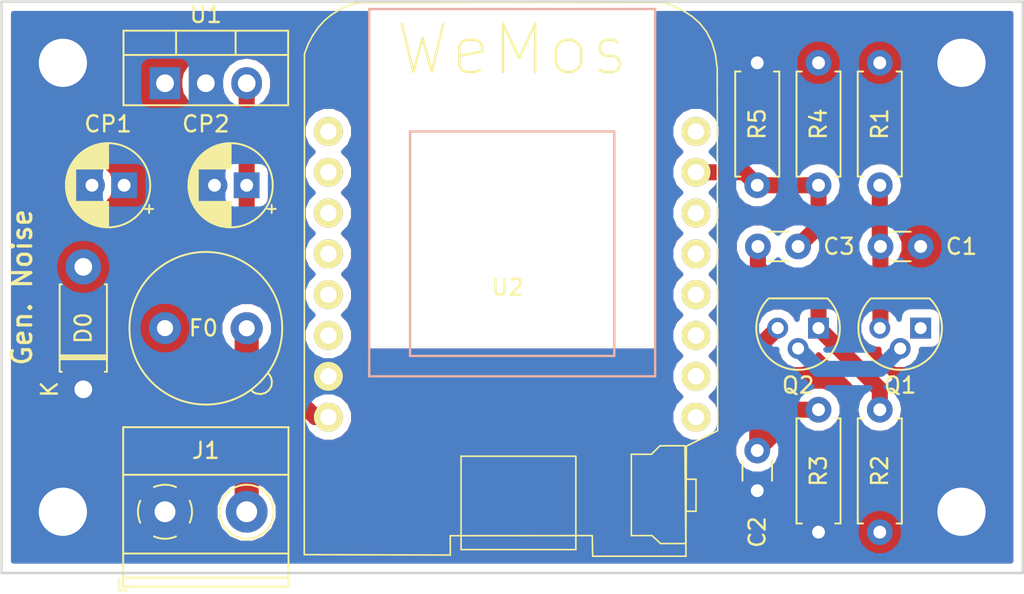
<source format=kicad_pcb>
(kicad_pcb (version 20171130) (host pcbnew 5.0.2+dfsg1-1)

  (general
    (thickness 1.6)
    (drawings 9)
    (tracks 34)
    (zones 0)
    (modules 17)
    (nets 24)
  )

  (page A4)
  (layers
    (0 F.Cu signal)
    (31 B.Cu signal)
    (32 B.Adhes user)
    (33 F.Adhes user)
    (34 B.Paste user)
    (35 F.Paste user)
    (36 B.SilkS user)
    (37 F.SilkS user)
    (38 B.Mask user)
    (39 F.Mask user)
    (40 Dwgs.User user)
    (41 Cmts.User user)
    (42 Eco1.User user)
    (43 Eco2.User user)
    (44 Edge.Cuts user)
    (45 Margin user)
    (46 B.CrtYd user)
    (47 F.CrtYd user)
    (48 B.Fab user)
    (49 F.Fab user)
  )

  (setup
    (last_trace_width 1)
    (user_trace_width 0.3)
    (user_trace_width 0.5)
    (user_trace_width 1)
    (user_trace_width 1.25)
    (user_trace_width 1.5)
    (user_trace_width 1.75)
    (user_trace_width 2)
    (user_trace_width 2.5)
    (trace_clearance 0.2)
    (zone_clearance 0.508)
    (zone_45_only no)
    (trace_min 0.2)
    (segment_width 0.2)
    (edge_width 0.15)
    (via_size 0.8)
    (via_drill 0.4)
    (via_min_size 0.4)
    (via_min_drill 0.3)
    (user_via 0.6 0.3)
    (user_via 0.75 0.5)
    (user_via 1 0.75)
    (user_via 1.25 1)
    (user_via 3.5 3)
    (uvia_size 0.3)
    (uvia_drill 0.1)
    (uvias_allowed no)
    (uvia_min_size 0.2)
    (uvia_min_drill 0.1)
    (pcb_text_width 0.3)
    (pcb_text_size 1.5 1.5)
    (mod_edge_width 0.15)
    (mod_text_size 1 1)
    (mod_text_width 0.15)
    (pad_size 1.524 1.524)
    (pad_drill 0.762)
    (pad_to_mask_clearance 0.051)
    (solder_mask_min_width 0.25)
    (aux_axis_origin 0 0)
    (visible_elements FFFFFF7F)
    (pcbplotparams
      (layerselection 0x010fc_ffffffff)
      (usegerberextensions true)
      (usegerberattributes false)
      (usegerberadvancedattributes false)
      (creategerberjobfile false)
      (excludeedgelayer true)
      (linewidth 0.100000)
      (plotframeref false)
      (viasonmask true)
      (mode 1)
      (useauxorigin false)
      (hpglpennumber 1)
      (hpglpenspeed 20)
      (hpglpendiameter 15.000000)
      (psnegative false)
      (psa4output false)
      (plotreference true)
      (plotvalue true)
      (plotinvisibletext false)
      (padsonsilk false)
      (subtractmaskfromsilk false)
      (outputformat 1)
      (mirror false)
      (drillshape 0)
      (scaleselection 1)
      (outputdirectory "gerber/"))
  )

  (net 0 "")
  (net 1 +12V)
  (net 2 "Net-(C1-Pad2)")
  (net 3 "Net-(C2-Pad1)")
  (net 4 GND)
  (net 5 "Net-(C3-Pad2)")
  (net 6 Vnoise)
  (net 7 +5V)
  (net 8 "Net-(Q1-Pad1)")
  (net 9 "Net-(Q1-Pad2)")
  (net 10 "Net-(U2-Pad8)")
  (net 11 "Net-(U2-Pad7)")
  (net 12 "Net-(U2-Pad6)")
  (net 13 "Net-(U2-Pad5)")
  (net 14 "Net-(U2-Pad4)")
  (net 15 "Net-(U2-Pad3)")
  (net 16 "Net-(U2-Pad16)")
  (net 17 "Net-(U2-Pad15)")
  (net 18 "Net-(U2-Pad14)")
  (net 19 "Net-(U2-Pad13)")
  (net 20 "Net-(U2-Pad12)")
  (net 21 "Net-(U2-Pad11)")
  (net 22 "Net-(U2-Pad9)")
  (net 23 "Net-(F0-Pad2)")

  (net_class Default "This is the default net class."
    (clearance 0.2)
    (trace_width 0.25)
    (via_dia 0.8)
    (via_drill 0.4)
    (uvia_dia 0.3)
    (uvia_drill 0.1)
    (add_net +12V)
    (add_net +5V)
    (add_net GND)
    (add_net "Net-(C1-Pad2)")
    (add_net "Net-(C2-Pad1)")
    (add_net "Net-(C3-Pad2)")
    (add_net "Net-(F0-Pad2)")
    (add_net "Net-(Q1-Pad1)")
    (add_net "Net-(Q1-Pad2)")
    (add_net "Net-(U2-Pad11)")
    (add_net "Net-(U2-Pad12)")
    (add_net "Net-(U2-Pad13)")
    (add_net "Net-(U2-Pad14)")
    (add_net "Net-(U2-Pad15)")
    (add_net "Net-(U2-Pad16)")
    (add_net "Net-(U2-Pad3)")
    (add_net "Net-(U2-Pad4)")
    (add_net "Net-(U2-Pad5)")
    (add_net "Net-(U2-Pad6)")
    (add_net "Net-(U2-Pad7)")
    (add_net "Net-(U2-Pad8)")
    (add_net "Net-(U2-Pad9)")
    (add_net Vnoise)
  )

  (module Diode_THT:D_DO-41_SOD81_P7.62mm_Horizontal (layer F.Cu) (tedit 5C65845F) (tstamp 5C7223F4)
    (at 97.79 90.17 90)
    (descr "Diode, DO-41_SOD81 series, Axial, Horizontal, pin pitch=7.62mm, , length*diameter=5.2*2.7mm^2, , http://www.diodes.com/_files/packages/DO-41%20(Plastic).pdf")
    (tags "Diode DO-41_SOD81 series Axial Horizontal pin pitch 7.62mm  length 5.2mm diameter 2.7mm")
    (path /5C65ACFE)
    (fp_text reference D0 (at 3.81 0 90) (layer F.SilkS)
      (effects (font (size 1 1) (thickness 0.15)))
    )
    (fp_text value 1n400x (at 3.81 2.47 90) (layer F.Fab)
      (effects (font (size 1 1) (thickness 0.15)))
    )
    (fp_line (start 1.21 -1.35) (end 1.21 1.35) (layer F.Fab) (width 0.1))
    (fp_line (start 1.21 1.35) (end 6.41 1.35) (layer F.Fab) (width 0.1))
    (fp_line (start 6.41 1.35) (end 6.41 -1.35) (layer F.Fab) (width 0.1))
    (fp_line (start 6.41 -1.35) (end 1.21 -1.35) (layer F.Fab) (width 0.1))
    (fp_line (start 0 0) (end 1.21 0) (layer F.Fab) (width 0.1))
    (fp_line (start 7.62 0) (end 6.41 0) (layer F.Fab) (width 0.1))
    (fp_line (start 1.99 -1.35) (end 1.99 1.35) (layer F.Fab) (width 0.1))
    (fp_line (start 2.09 -1.35) (end 2.09 1.35) (layer F.Fab) (width 0.1))
    (fp_line (start 1.89 -1.35) (end 1.89 1.35) (layer F.Fab) (width 0.1))
    (fp_line (start 1.09 -1.34) (end 1.09 -1.47) (layer F.SilkS) (width 0.12))
    (fp_line (start 1.09 -1.47) (end 6.53 -1.47) (layer F.SilkS) (width 0.12))
    (fp_line (start 6.53 -1.47) (end 6.53 -1.34) (layer F.SilkS) (width 0.12))
    (fp_line (start 1.09 1.34) (end 1.09 1.47) (layer F.SilkS) (width 0.12))
    (fp_line (start 1.09 1.47) (end 6.53 1.47) (layer F.SilkS) (width 0.12))
    (fp_line (start 6.53 1.47) (end 6.53 1.34) (layer F.SilkS) (width 0.12))
    (fp_line (start 1.99 -1.47) (end 1.99 1.47) (layer F.SilkS) (width 0.12))
    (fp_line (start 2.11 -1.47) (end 2.11 1.47) (layer F.SilkS) (width 0.12))
    (fp_line (start 1.87 -1.47) (end 1.87 1.47) (layer F.SilkS) (width 0.12))
    (fp_line (start -1.35 -1.6) (end -1.35 1.6) (layer F.CrtYd) (width 0.05))
    (fp_line (start -1.35 1.6) (end 8.97 1.6) (layer F.CrtYd) (width 0.05))
    (fp_line (start 8.97 1.6) (end 8.97 -1.6) (layer F.CrtYd) (width 0.05))
    (fp_line (start 8.97 -1.6) (end -1.35 -1.6) (layer F.CrtYd) (width 0.05))
    (fp_text user %R (at 4.2 0 90) (layer F.Fab)
      (effects (font (size 1 1) (thickness 0.15)))
    )
    (fp_text user K (at 0 -2.1 90) (layer F.Fab)
      (effects (font (size 1 1) (thickness 0.15)))
    )
    (fp_text user K (at 0 -2.1 90) (layer F.SilkS)
      (effects (font (size 1 1) (thickness 0.15)))
    )
    (pad 1 thru_hole rect (at 0 0 90) (size 2.2 2.2) (drill 1.1) (layers *.Cu *.Mask)
      (net 4 GND))
    (pad 2 thru_hole oval (at 7.62 0 90) (size 2.2 2.2) (drill 1.1) (layers *.Cu *.Mask)
      (net 1 +12V))
    (model ${KISYS3DMOD}/Diode_THT.3dshapes/D_DO-41_SOD81_P7.62mm_Horizontal.wrl
      (at (xyz 0 0 0))
      (scale (xyz 1 1 1))
      (rotate (xyz 0 0 0))
    )
  )

  (module Fuse:Fuseholder_TR5_Littelfuse_No560_No460 (layer F.Cu) (tedit 5A1C8972) (tstamp 5C7228C8)
    (at 102.87 86.36)
    (descr "Fuse, Fuseholder, TR5, Littelfuse/Wickmann, No. 460, No560,")
    (tags "Fuse Fuseholder TR5 Littelfuse/Wickmann No. 460 No560 ")
    (path /5C659636)
    (fp_text reference F0 (at 2.39 0) (layer F.SilkS)
      (effects (font (size 1 1) (thickness 0.15)))
    )
    (fp_text value 0.5A (at 2.39 7.43) (layer F.Fab)
      (effects (font (size 1 1) (thickness 0.15)))
    )
    (fp_text user %R (at 2.75 -2.75) (layer F.Fab)
      (effects (font (size 1 1) (thickness 0.15)))
    )
    (fp_line (start 5.44 3.94) (end 5.31 3.79) (layer F.Fab) (width 0.1))
    (fp_line (start 5.62 4.02) (end 5.44 3.94) (layer F.Fab) (width 0.1))
    (fp_line (start 5.91 4.06) (end 5.62 4.02) (layer F.Fab) (width 0.1))
    (fp_line (start 6.2 3.98) (end 5.91 4.06) (layer F.Fab) (width 0.1))
    (fp_line (start 6.42 3.81) (end 6.2 3.98) (layer F.Fab) (width 0.1))
    (fp_line (start 6.57 3.55) (end 6.42 3.81) (layer F.Fab) (width 0.1))
    (fp_line (start 6.6 3.29) (end 6.57 3.55) (layer F.Fab) (width 0.1))
    (fp_line (start 6.55 3.04) (end 6.6 3.29) (layer F.Fab) (width 0.1))
    (fp_line (start 6.46 2.88) (end 6.55 3.04) (layer F.Fab) (width 0.1))
    (fp_line (start 6.34 2.74) (end 6.46 2.88) (layer F.Fab) (width 0.1))
    (fp_line (start 6.39 2.79) (end 6.51 2.93) (layer F.SilkS) (width 0.12))
    (fp_line (start 6.51 2.93) (end 6.6 3.09) (layer F.SilkS) (width 0.12))
    (fp_line (start 6.6 3.09) (end 6.65 3.34) (layer F.SilkS) (width 0.12))
    (fp_line (start 6.65 3.34) (end 6.62 3.6) (layer F.SilkS) (width 0.12))
    (fp_line (start 6.62 3.6) (end 6.47 3.86) (layer F.SilkS) (width 0.12))
    (fp_line (start 6.47 3.86) (end 6.25 4.03) (layer F.SilkS) (width 0.12))
    (fp_line (start 6.25 4.03) (end 5.96 4.11) (layer F.SilkS) (width 0.12))
    (fp_line (start 5.96 4.11) (end 5.67 4.07) (layer F.SilkS) (width 0.12))
    (fp_line (start 5.67 4.07) (end 5.49 3.99) (layer F.SilkS) (width 0.12))
    (fp_line (start 5.49 3.99) (end 5.36 3.84) (layer F.SilkS) (width 0.12))
    (fp_line (start -2.46 -4.99) (end 7.54 -4.99) (layer F.CrtYd) (width 0.05))
    (fp_line (start -2.46 -4.99) (end -2.46 5.01) (layer F.CrtYd) (width 0.05))
    (fp_line (start 7.54 5.01) (end 7.54 -4.99) (layer F.CrtYd) (width 0.05))
    (fp_line (start 7.54 5.01) (end -2.46 5.01) (layer F.CrtYd) (width 0.05))
    (fp_circle (center 2.55 0) (end 7.25 0) (layer F.Fab) (width 0.1))
    (fp_circle (center 2.54 0.01) (end 7.29 0.01) (layer F.SilkS) (width 0.12))
    (pad 1 thru_hole circle (at 0 0) (size 2 2) (drill 1) (layers *.Cu *.Mask)
      (net 1 +12V))
    (pad 2 thru_hole circle (at 5.08 0.01) (size 2 2) (drill 1) (layers *.Cu *.Mask)
      (net 23 "Net-(F0-Pad2)"))
    (model ${KISYS3DMOD}/Fuse.3dshapes/Fuseholder_TR5_Littelfuse_No560_No460.wrl
      (at (xyz 0 0 0))
      (scale (xyz 1 1 1))
      (rotate (xyz 0 0 0))
    )
  )

  (module Package_TO_SOT_THT:TO-92 (layer F.Cu) (tedit 5A279852) (tstamp 5C722350)
    (at 143.51 86.36 180)
    (descr "TO-92 leads molded, narrow, drill 0.75mm (see NXP sot054_po.pdf)")
    (tags "to-92 sc-43 sc-43a sot54 PA33 transistor")
    (path /5C4F21F2)
    (fp_text reference Q2 (at 1.27 -3.56 180) (layer F.SilkS)
      (effects (font (size 1 1) (thickness 0.15)))
    )
    (fp_text value Q_NPN (at 1.27 2.79 180) (layer F.Fab)
      (effects (font (size 1 1) (thickness 0.15)))
    )
    (fp_text user %R (at 1.27 -3.56 180) (layer F.Fab)
      (effects (font (size 1 1) (thickness 0.15)))
    )
    (fp_line (start -0.53 1.85) (end 3.07 1.85) (layer F.SilkS) (width 0.12))
    (fp_line (start -0.5 1.75) (end 3 1.75) (layer F.Fab) (width 0.1))
    (fp_line (start -1.46 -2.73) (end 4 -2.73) (layer F.CrtYd) (width 0.05))
    (fp_line (start -1.46 -2.73) (end -1.46 2.01) (layer F.CrtYd) (width 0.05))
    (fp_line (start 4 2.01) (end 4 -2.73) (layer F.CrtYd) (width 0.05))
    (fp_line (start 4 2.01) (end -1.46 2.01) (layer F.CrtYd) (width 0.05))
    (fp_arc (start 1.27 0) (end 1.27 -2.48) (angle 135) (layer F.Fab) (width 0.1))
    (fp_arc (start 1.27 0) (end 1.27 -2.6) (angle -135) (layer F.SilkS) (width 0.12))
    (fp_arc (start 1.27 0) (end 1.27 -2.48) (angle -135) (layer F.Fab) (width 0.1))
    (fp_arc (start 1.27 0) (end 1.27 -2.6) (angle 135) (layer F.SilkS) (width 0.12))
    (pad 2 thru_hole circle (at 1.27 -1.27 270) (size 1.3 1.3) (drill 0.75) (layers *.Cu *.Mask)
      (net 9 "Net-(Q1-Pad2)"))
    (pad 3 thru_hole circle (at 2.54 0 270) (size 1.3 1.3) (drill 0.75) (layers *.Cu *.Mask)
      (net 3 "Net-(C2-Pad1)"))
    (pad 1 thru_hole rect (at 0 0 270) (size 1.3 1.3) (drill 0.75) (layers *.Cu *.Mask)
      (net 5 "Net-(C3-Pad2)"))
    (model ${KISYS3DMOD}/Package_TO_SOT_THT.3dshapes/TO-92.wrl
      (at (xyz 0 0 0))
      (scale (xyz 1 1 1))
      (rotate (xyz 0 0 0))
    )
  )

  (module wemos_d1_mini:D1_mini_board (layer F.Cu) (tedit 5766F65E) (tstamp 5C733BDF)
    (at 124.46 84.281735)
    (path /5C4FB575)
    (fp_text reference U2 (at -0.280194 -0.461735) (layer F.SilkS)
      (effects (font (size 1 1) (thickness 0.15)))
    )
    (fp_text value WeMos_mini (at -0.280194 -11.891735) (layer F.Fab)
      (effects (font (size 1 1) (thickness 0.15)))
    )
    (fp_text user WeMos (at 0 -15.24) (layer F.SilkS)
      (effects (font (size 3 3) (thickness 0.15)))
    )
    (fp_line (start -6.35 3.81) (end -6.35 -10.16) (layer B.SilkS) (width 0.15))
    (fp_line (start -6.35 -10.16) (end 6.35 -10.16) (layer B.SilkS) (width 0.15))
    (fp_line (start 6.35 -10.16) (end 6.35 3.81) (layer B.SilkS) (width 0.15))
    (fp_line (start 6.35 3.81) (end -6.35 3.81) (layer B.SilkS) (width 0.15))
    (fp_line (start -8.89 5.08) (end 8.89 5.08) (layer B.SilkS) (width 0.15))
    (fp_line (start 8.89 5.08) (end 8.89 -17.78) (layer B.SilkS) (width 0.15))
    (fp_line (start 8.89 -17.78) (end -8.89 -17.78) (layer B.SilkS) (width 0.15))
    (fp_line (start -8.89 -17.78) (end -8.89 5.08) (layer B.SilkS) (width 0.15))
    (fp_line (start 10.817472 16.277228) (end 5.00618 16.277228) (layer F.SilkS) (width 0.1))
    (fp_line (start 5.00618 16.277228) (end 4.979849 14.993795) (layer F.SilkS) (width 0.1))
    (fp_line (start 4.979849 14.993795) (end -3.851373 15.000483) (layer F.SilkS) (width 0.1))
    (fp_line (start -3.851373 15.000483) (end -3.849397 16.202736) (layer F.SilkS) (width 0.1))
    (fp_line (start -3.849397 16.202736) (end -12.930193 16.176658) (layer F.SilkS) (width 0.1))
    (fp_line (start -12.930193 16.176658) (end -12.916195 -14.993493) (layer F.SilkS) (width 0.1))
    (fp_line (start -12.916195 -14.993493) (end -12.683384 -15.596286) (layer F.SilkS) (width 0.1))
    (fp_line (start -12.683384 -15.596286) (end -12.399901 -16.141167) (layer F.SilkS) (width 0.1))
    (fp_line (start -12.399901 -16.141167) (end -12.065253 -16.627577) (layer F.SilkS) (width 0.1))
    (fp_line (start -12.065253 -16.627577) (end -11.678953 -17.054952) (layer F.SilkS) (width 0.1))
    (fp_line (start -11.678953 -17.054952) (end -11.240512 -17.422741) (layer F.SilkS) (width 0.1))
    (fp_line (start -11.240512 -17.422741) (end -10.74944 -17.730377) (layer F.SilkS) (width 0.1))
    (fp_line (start -10.74944 -17.730377) (end -10.20525 -17.97731) (layer F.SilkS) (width 0.1))
    (fp_line (start -10.20525 -17.97731) (end -9.607453 -18.162976) (layer F.SilkS) (width 0.1))
    (fp_line (start -9.607453 -18.162976) (end 9.43046 -18.191734) (layer F.SilkS) (width 0.1))
    (fp_line (start 9.43046 -18.191734) (end 10.049824 -17.957741) (layer F.SilkS) (width 0.1))
    (fp_line (start 10.049824 -17.957741) (end 10.638018 -17.673258) (layer F.SilkS) (width 0.1))
    (fp_line (start 10.638018 -17.673258) (end 11.181445 -17.323743) (layer F.SilkS) (width 0.1))
    (fp_line (start 11.181445 -17.323743) (end 11.666503 -16.894658) (layer F.SilkS) (width 0.1))
    (fp_line (start 11.666503 -16.894658) (end 12.079595 -16.37146) (layer F.SilkS) (width 0.1))
    (fp_line (start 12.079595 -16.37146) (end 12.407122 -15.739613) (layer F.SilkS) (width 0.1))
    (fp_line (start 12.407122 -15.739613) (end 12.635482 -14.984575) (layer F.SilkS) (width 0.1))
    (fp_line (start 12.635482 -14.984575) (end 12.751078 -14.091807) (layer F.SilkS) (width 0.1))
    (fp_line (start 12.751078 -14.091807) (end 12.776026 8.463285) (layer F.SilkS) (width 0.1))
    (fp_line (start 12.776026 8.463285) (end 10.83248 9.424181) (layer F.SilkS) (width 0.1))
    (fp_line (start 10.83248 9.424181) (end 10.802686 16.232524) (layer F.SilkS) (width 0.1))
    (fp_line (start -3.17965 10.051451) (end 3.959931 10.051451) (layer F.SilkS) (width 0.1))
    (fp_line (start 3.959931 10.051451) (end 3.959931 15.865188) (layer F.SilkS) (width 0.1))
    (fp_line (start 3.959931 15.865188) (end -3.17965 15.865188) (layer F.SilkS) (width 0.1))
    (fp_line (start -3.17965 15.865188) (end -3.17965 10.051451) (layer F.SilkS) (width 0.1))
    (fp_line (start 10.7436 9.402349) (end 9.191378 9.402349) (layer F.SilkS) (width 0.1))
    (fp_line (start 9.191378 9.402349) (end 8.662211 9.931515) (layer F.SilkS) (width 0.1))
    (fp_line (start 8.662211 9.931515) (end 7.40985 9.931515) (layer F.SilkS) (width 0.1))
    (fp_line (start 7.40985 9.931515) (end 7.40985 14.993876) (layer F.SilkS) (width 0.1))
    (fp_line (start 7.40985 14.993876) (end 8.697489 14.993876) (layer F.SilkS) (width 0.1))
    (fp_line (start 8.697489 14.993876) (end 9.226656 15.487765) (layer F.SilkS) (width 0.1))
    (fp_line (start 9.226656 15.487765) (end 10.796517 15.487765) (layer F.SilkS) (width 0.1))
    (fp_line (start 10.796517 15.487765) (end 10.7436 9.402349) (layer F.SilkS) (width 0.1))
    (fp_line (start 10.778878 11.483738) (end 11.431517 11.483738) (layer F.SilkS) (width 0.1))
    (fp_line (start 11.431517 11.483738) (end 11.431517 13.476932) (layer F.SilkS) (width 0.1))
    (fp_line (start 11.431517 13.476932) (end 10.814156 13.476932) (layer F.SilkS) (width 0.1))
    (pad 8 thru_hole circle (at -11.43 -10.16) (size 1.8 1.8) (drill 1.016) (layers *.Cu *.Mask F.SilkS)
      (net 10 "Net-(U2-Pad8)"))
    (pad 7 thru_hole circle (at -11.43 -7.62) (size 1.8 1.8) (drill 1.016) (layers *.Cu *.Mask F.SilkS)
      (net 11 "Net-(U2-Pad7)"))
    (pad 6 thru_hole circle (at -11.43 -5.08) (size 1.8 1.8) (drill 1.016) (layers *.Cu *.Mask F.SilkS)
      (net 12 "Net-(U2-Pad6)"))
    (pad 5 thru_hole circle (at -11.43 -2.54) (size 1.8 1.8) (drill 1.016) (layers *.Cu *.Mask F.SilkS)
      (net 13 "Net-(U2-Pad5)"))
    (pad 4 thru_hole circle (at -11.43 0) (size 1.8 1.8) (drill 1.016) (layers *.Cu *.Mask F.SilkS)
      (net 14 "Net-(U2-Pad4)"))
    (pad 3 thru_hole circle (at -11.43 2.54) (size 1.8 1.8) (drill 1.016) (layers *.Cu *.Mask F.SilkS)
      (net 15 "Net-(U2-Pad3)"))
    (pad 2 thru_hole circle (at -11.43 5.08) (size 1.8 1.8) (drill 1.016) (layers *.Cu *.Mask F.SilkS)
      (net 4 GND))
    (pad 1 thru_hole circle (at -11.43 7.62) (size 1.8 1.8) (drill 1.016) (layers *.Cu *.Mask F.SilkS)
      (net 7 +5V))
    (pad 16 thru_hole circle (at 11.43 7.62) (size 1.8 1.8) (drill 1.016) (layers *.Cu *.Mask F.SilkS)
      (net 16 "Net-(U2-Pad16)"))
    (pad 15 thru_hole circle (at 11.43 5.08) (size 1.8 1.8) (drill 1.016) (layers *.Cu *.Mask F.SilkS)
      (net 17 "Net-(U2-Pad15)"))
    (pad 14 thru_hole circle (at 11.43 2.54) (size 1.8 1.8) (drill 1.016) (layers *.Cu *.Mask F.SilkS)
      (net 18 "Net-(U2-Pad14)"))
    (pad 13 thru_hole circle (at 11.43 0) (size 1.8 1.8) (drill 1.016) (layers *.Cu *.Mask F.SilkS)
      (net 19 "Net-(U2-Pad13)"))
    (pad 12 thru_hole circle (at 11.43 -2.54) (size 1.8 1.8) (drill 1.016) (layers *.Cu *.Mask F.SilkS)
      (net 20 "Net-(U2-Pad12)"))
    (pad 11 thru_hole circle (at 11.43 -5.08) (size 1.8 1.8) (drill 1.016) (layers *.Cu *.Mask F.SilkS)
      (net 21 "Net-(U2-Pad11)"))
    (pad 10 thru_hole circle (at 11.43 -7.62) (size 1.8 1.8) (drill 1.016) (layers *.Cu *.Mask F.SilkS)
      (net 6 Vnoise))
    (pad 9 thru_hole circle (at 11.43 -10.16) (size 1.8 1.8) (drill 1.016) (layers *.Cu *.Mask F.SilkS)
      (net 22 "Net-(U2-Pad9)"))
  )

  (module Capacitor_THT:C_Disc_D3.0mm_W1.6mm_P2.50mm (layer F.Cu) (tedit 5AE50EF0) (tstamp 5C735BC0)
    (at 149.86 81.28 180)
    (descr "C, Disc series, Radial, pin pitch=2.50mm, , diameter*width=3.0*1.6mm^2, Capacitor, http://www.vishay.com/docs/45233/krseries.pdf")
    (tags "C Disc series Radial pin pitch 2.50mm  diameter 3.0mm width 1.6mm Capacitor")
    (path /5C4F1CA1)
    (fp_text reference C1 (at -2.54 0 180) (layer F.SilkS)
      (effects (font (size 1 1) (thickness 0.15)))
    )
    (fp_text value 0.1u (at 1.25 2.05 180) (layer F.Fab)
      (effects (font (size 1 1) (thickness 0.15)))
    )
    (fp_line (start -0.25 -0.8) (end -0.25 0.8) (layer F.Fab) (width 0.1))
    (fp_line (start -0.25 0.8) (end 2.75 0.8) (layer F.Fab) (width 0.1))
    (fp_line (start 2.75 0.8) (end 2.75 -0.8) (layer F.Fab) (width 0.1))
    (fp_line (start 2.75 -0.8) (end -0.25 -0.8) (layer F.Fab) (width 0.1))
    (fp_line (start 0.621 -0.92) (end 1.879 -0.92) (layer F.SilkS) (width 0.12))
    (fp_line (start 0.621 0.92) (end 1.879 0.92) (layer F.SilkS) (width 0.12))
    (fp_line (start -1.05 -1.05) (end -1.05 1.05) (layer F.CrtYd) (width 0.05))
    (fp_line (start -1.05 1.05) (end 3.55 1.05) (layer F.CrtYd) (width 0.05))
    (fp_line (start 3.55 1.05) (end 3.55 -1.05) (layer F.CrtYd) (width 0.05))
    (fp_line (start 3.55 -1.05) (end -1.05 -1.05) (layer F.CrtYd) (width 0.05))
    (fp_text user %R (at 1.25 0 180) (layer F.Fab)
      (effects (font (size 0.6 0.6) (thickness 0.09)))
    )
    (pad 1 thru_hole circle (at 0 0 180) (size 1.6 1.6) (drill 0.8) (layers *.Cu *.Mask)
      (net 1 +12V))
    (pad 2 thru_hole circle (at 2.5 0 180) (size 1.6 1.6) (drill 0.8) (layers *.Cu *.Mask)
      (net 2 "Net-(C1-Pad2)"))
    (model ${KISYS3DMOD}/Capacitor_THT.3dshapes/C_Disc_D3.0mm_W1.6mm_P2.50mm.wrl
      (at (xyz 0 0 0))
      (scale (xyz 1 1 1))
      (rotate (xyz 0 0 0))
    )
  )

  (module Capacitor_THT:C_Disc_D3.0mm_W1.6mm_P2.50mm (layer F.Cu) (tedit 5AE50EF0) (tstamp 5C7339A5)
    (at 139.7 93.98 270)
    (descr "C, Disc series, Radial, pin pitch=2.50mm, , diameter*width=3.0*1.6mm^2, Capacitor, http://www.vishay.com/docs/45233/krseries.pdf")
    (tags "C Disc series Radial pin pitch 2.50mm  diameter 3.0mm width 1.6mm Capacitor")
    (path /5C4F1BF4)
    (fp_text reference C2 (at 5.08 0 270) (layer F.SilkS)
      (effects (font (size 1 1) (thickness 0.15)))
    )
    (fp_text value 0.1u (at 1.25 2.05 270) (layer F.Fab)
      (effects (font (size 1 1) (thickness 0.15)))
    )
    (fp_line (start -0.25 -0.8) (end -0.25 0.8) (layer F.Fab) (width 0.1))
    (fp_line (start -0.25 0.8) (end 2.75 0.8) (layer F.Fab) (width 0.1))
    (fp_line (start 2.75 0.8) (end 2.75 -0.8) (layer F.Fab) (width 0.1))
    (fp_line (start 2.75 -0.8) (end -0.25 -0.8) (layer F.Fab) (width 0.1))
    (fp_line (start 0.621 -0.92) (end 1.879 -0.92) (layer F.SilkS) (width 0.12))
    (fp_line (start 0.621 0.92) (end 1.879 0.92) (layer F.SilkS) (width 0.12))
    (fp_line (start -1.05 -1.05) (end -1.05 1.05) (layer F.CrtYd) (width 0.05))
    (fp_line (start -1.05 1.05) (end 3.55 1.05) (layer F.CrtYd) (width 0.05))
    (fp_line (start 3.55 1.05) (end 3.55 -1.05) (layer F.CrtYd) (width 0.05))
    (fp_line (start 3.55 -1.05) (end -1.05 -1.05) (layer F.CrtYd) (width 0.05))
    (fp_text user %R (at 0.624999 0 270) (layer F.Fab)
      (effects (font (size 0.6 0.6) (thickness 0.09)))
    )
    (pad 1 thru_hole circle (at 0 0 270) (size 1.6 1.6) (drill 0.8) (layers *.Cu *.Mask)
      (net 3 "Net-(C2-Pad1)"))
    (pad 2 thru_hole circle (at 2.5 0 270) (size 1.6 1.6) (drill 0.8) (layers *.Cu *.Mask)
      (net 4 GND))
    (model ${KISYS3DMOD}/Capacitor_THT.3dshapes/C_Disc_D3.0mm_W1.6mm_P2.50mm.wrl
      (at (xyz 0 0 0))
      (scale (xyz 1 1 1))
      (rotate (xyz 0 0 0))
    )
  )

  (module Capacitor_THT:C_Disc_D3.0mm_W1.6mm_P2.50mm (layer F.Cu) (tedit 5AE50EF0) (tstamp 5C7339B6)
    (at 142.24 81.28 180)
    (descr "C, Disc series, Radial, pin pitch=2.50mm, , diameter*width=3.0*1.6mm^2, Capacitor, http://www.vishay.com/docs/45233/krseries.pdf")
    (tags "C Disc series Radial pin pitch 2.50mm  diameter 3.0mm width 1.6mm Capacitor")
    (path /5C4F1C56)
    (fp_text reference C3 (at -2.54 0 180) (layer F.SilkS)
      (effects (font (size 1 1) (thickness 0.15)))
    )
    (fp_text value 0.1u (at 1.25 2.05 180) (layer F.Fab)
      (effects (font (size 1 1) (thickness 0.15)))
    )
    (fp_text user %R (at 1.25 -0.075001 180) (layer F.Fab)
      (effects (font (size 0.6 0.6) (thickness 0.09)))
    )
    (fp_line (start 3.55 -1.05) (end -1.05 -1.05) (layer F.CrtYd) (width 0.05))
    (fp_line (start 3.55 1.05) (end 3.55 -1.05) (layer F.CrtYd) (width 0.05))
    (fp_line (start -1.05 1.05) (end 3.55 1.05) (layer F.CrtYd) (width 0.05))
    (fp_line (start -1.05 -1.05) (end -1.05 1.05) (layer F.CrtYd) (width 0.05))
    (fp_line (start 0.621 0.92) (end 1.879 0.92) (layer F.SilkS) (width 0.12))
    (fp_line (start 0.621 -0.92) (end 1.879 -0.92) (layer F.SilkS) (width 0.12))
    (fp_line (start 2.75 -0.8) (end -0.25 -0.8) (layer F.Fab) (width 0.1))
    (fp_line (start 2.75 0.8) (end 2.75 -0.8) (layer F.Fab) (width 0.1))
    (fp_line (start -0.25 0.8) (end 2.75 0.8) (layer F.Fab) (width 0.1))
    (fp_line (start -0.25 -0.8) (end -0.25 0.8) (layer F.Fab) (width 0.1))
    (pad 2 thru_hole circle (at 2.5 0 180) (size 1.6 1.6) (drill 0.8) (layers *.Cu *.Mask)
      (net 5 "Net-(C3-Pad2)"))
    (pad 1 thru_hole circle (at 0 0 180) (size 1.6 1.6) (drill 0.8) (layers *.Cu *.Mask)
      (net 6 Vnoise))
    (model ${KISYS3DMOD}/Capacitor_THT.3dshapes/C_Disc_D3.0mm_W1.6mm_P2.50mm.wrl
      (at (xyz 0 0 0))
      (scale (xyz 1 1 1))
      (rotate (xyz 0 0 0))
    )
  )

  (module Capacitor_THT:CP_Radial_D5.0mm_P2.00mm (layer F.Cu) (tedit 5AE50EF0) (tstamp 5C73620E)
    (at 100.33 77.47 180)
    (descr "CP, Radial series, Radial, pin pitch=2.00mm, , diameter=5mm, Electrolytic Capacitor")
    (tags "CP Radial series Radial pin pitch 2.00mm  diameter 5mm Electrolytic Capacitor")
    (path /5C4F7EA8)
    (fp_text reference CP1 (at 1 3.81 180) (layer F.SilkS)
      (effects (font (size 1 1) (thickness 0.15)))
    )
    (fp_text value CP (at 1 3.75 180) (layer F.Fab)
      (effects (font (size 1 1) (thickness 0.15)))
    )
    (fp_text user %R (at 1 0 180) (layer F.Fab)
      (effects (font (size 1 1) (thickness 0.15)))
    )
    (fp_line (start -1.554775 -1.725) (end -1.554775 -1.225) (layer F.SilkS) (width 0.12))
    (fp_line (start -1.804775 -1.475) (end -1.304775 -1.475) (layer F.SilkS) (width 0.12))
    (fp_line (start 3.601 -0.284) (end 3.601 0.284) (layer F.SilkS) (width 0.12))
    (fp_line (start 3.561 -0.518) (end 3.561 0.518) (layer F.SilkS) (width 0.12))
    (fp_line (start 3.521 -0.677) (end 3.521 0.677) (layer F.SilkS) (width 0.12))
    (fp_line (start 3.481 -0.805) (end 3.481 0.805) (layer F.SilkS) (width 0.12))
    (fp_line (start 3.441 -0.915) (end 3.441 0.915) (layer F.SilkS) (width 0.12))
    (fp_line (start 3.401 -1.011) (end 3.401 1.011) (layer F.SilkS) (width 0.12))
    (fp_line (start 3.361 -1.098) (end 3.361 1.098) (layer F.SilkS) (width 0.12))
    (fp_line (start 3.321 -1.178) (end 3.321 1.178) (layer F.SilkS) (width 0.12))
    (fp_line (start 3.281 -1.251) (end 3.281 1.251) (layer F.SilkS) (width 0.12))
    (fp_line (start 3.241 -1.319) (end 3.241 1.319) (layer F.SilkS) (width 0.12))
    (fp_line (start 3.201 -1.383) (end 3.201 1.383) (layer F.SilkS) (width 0.12))
    (fp_line (start 3.161 -1.443) (end 3.161 1.443) (layer F.SilkS) (width 0.12))
    (fp_line (start 3.121 -1.5) (end 3.121 1.5) (layer F.SilkS) (width 0.12))
    (fp_line (start 3.081 -1.554) (end 3.081 1.554) (layer F.SilkS) (width 0.12))
    (fp_line (start 3.041 -1.605) (end 3.041 1.605) (layer F.SilkS) (width 0.12))
    (fp_line (start 3.001 1.04) (end 3.001 1.653) (layer F.SilkS) (width 0.12))
    (fp_line (start 3.001 -1.653) (end 3.001 -1.04) (layer F.SilkS) (width 0.12))
    (fp_line (start 2.961 1.04) (end 2.961 1.699) (layer F.SilkS) (width 0.12))
    (fp_line (start 2.961 -1.699) (end 2.961 -1.04) (layer F.SilkS) (width 0.12))
    (fp_line (start 2.921 1.04) (end 2.921 1.743) (layer F.SilkS) (width 0.12))
    (fp_line (start 2.921 -1.743) (end 2.921 -1.04) (layer F.SilkS) (width 0.12))
    (fp_line (start 2.881 1.04) (end 2.881 1.785) (layer F.SilkS) (width 0.12))
    (fp_line (start 2.881 -1.785) (end 2.881 -1.04) (layer F.SilkS) (width 0.12))
    (fp_line (start 2.841 1.04) (end 2.841 1.826) (layer F.SilkS) (width 0.12))
    (fp_line (start 2.841 -1.826) (end 2.841 -1.04) (layer F.SilkS) (width 0.12))
    (fp_line (start 2.801 1.04) (end 2.801 1.864) (layer F.SilkS) (width 0.12))
    (fp_line (start 2.801 -1.864) (end 2.801 -1.04) (layer F.SilkS) (width 0.12))
    (fp_line (start 2.761 1.04) (end 2.761 1.901) (layer F.SilkS) (width 0.12))
    (fp_line (start 2.761 -1.901) (end 2.761 -1.04) (layer F.SilkS) (width 0.12))
    (fp_line (start 2.721 1.04) (end 2.721 1.937) (layer F.SilkS) (width 0.12))
    (fp_line (start 2.721 -1.937) (end 2.721 -1.04) (layer F.SilkS) (width 0.12))
    (fp_line (start 2.681 1.04) (end 2.681 1.971) (layer F.SilkS) (width 0.12))
    (fp_line (start 2.681 -1.971) (end 2.681 -1.04) (layer F.SilkS) (width 0.12))
    (fp_line (start 2.641 1.04) (end 2.641 2.004) (layer F.SilkS) (width 0.12))
    (fp_line (start 2.641 -2.004) (end 2.641 -1.04) (layer F.SilkS) (width 0.12))
    (fp_line (start 2.601 1.04) (end 2.601 2.035) (layer F.SilkS) (width 0.12))
    (fp_line (start 2.601 -2.035) (end 2.601 -1.04) (layer F.SilkS) (width 0.12))
    (fp_line (start 2.561 1.04) (end 2.561 2.065) (layer F.SilkS) (width 0.12))
    (fp_line (start 2.561 -2.065) (end 2.561 -1.04) (layer F.SilkS) (width 0.12))
    (fp_line (start 2.521 1.04) (end 2.521 2.095) (layer F.SilkS) (width 0.12))
    (fp_line (start 2.521 -2.095) (end 2.521 -1.04) (layer F.SilkS) (width 0.12))
    (fp_line (start 2.481 1.04) (end 2.481 2.122) (layer F.SilkS) (width 0.12))
    (fp_line (start 2.481 -2.122) (end 2.481 -1.04) (layer F.SilkS) (width 0.12))
    (fp_line (start 2.441 1.04) (end 2.441 2.149) (layer F.SilkS) (width 0.12))
    (fp_line (start 2.441 -2.149) (end 2.441 -1.04) (layer F.SilkS) (width 0.12))
    (fp_line (start 2.401 1.04) (end 2.401 2.175) (layer F.SilkS) (width 0.12))
    (fp_line (start 2.401 -2.175) (end 2.401 -1.04) (layer F.SilkS) (width 0.12))
    (fp_line (start 2.361 1.04) (end 2.361 2.2) (layer F.SilkS) (width 0.12))
    (fp_line (start 2.361 -2.2) (end 2.361 -1.04) (layer F.SilkS) (width 0.12))
    (fp_line (start 2.321 1.04) (end 2.321 2.224) (layer F.SilkS) (width 0.12))
    (fp_line (start 2.321 -2.224) (end 2.321 -1.04) (layer F.SilkS) (width 0.12))
    (fp_line (start 2.281 1.04) (end 2.281 2.247) (layer F.SilkS) (width 0.12))
    (fp_line (start 2.281 -2.247) (end 2.281 -1.04) (layer F.SilkS) (width 0.12))
    (fp_line (start 2.241 1.04) (end 2.241 2.268) (layer F.SilkS) (width 0.12))
    (fp_line (start 2.241 -2.268) (end 2.241 -1.04) (layer F.SilkS) (width 0.12))
    (fp_line (start 2.201 1.04) (end 2.201 2.29) (layer F.SilkS) (width 0.12))
    (fp_line (start 2.201 -2.29) (end 2.201 -1.04) (layer F.SilkS) (width 0.12))
    (fp_line (start 2.161 1.04) (end 2.161 2.31) (layer F.SilkS) (width 0.12))
    (fp_line (start 2.161 -2.31) (end 2.161 -1.04) (layer F.SilkS) (width 0.12))
    (fp_line (start 2.121 1.04) (end 2.121 2.329) (layer F.SilkS) (width 0.12))
    (fp_line (start 2.121 -2.329) (end 2.121 -1.04) (layer F.SilkS) (width 0.12))
    (fp_line (start 2.081 1.04) (end 2.081 2.348) (layer F.SilkS) (width 0.12))
    (fp_line (start 2.081 -2.348) (end 2.081 -1.04) (layer F.SilkS) (width 0.12))
    (fp_line (start 2.041 1.04) (end 2.041 2.365) (layer F.SilkS) (width 0.12))
    (fp_line (start 2.041 -2.365) (end 2.041 -1.04) (layer F.SilkS) (width 0.12))
    (fp_line (start 2.001 1.04) (end 2.001 2.382) (layer F.SilkS) (width 0.12))
    (fp_line (start 2.001 -2.382) (end 2.001 -1.04) (layer F.SilkS) (width 0.12))
    (fp_line (start 1.961 1.04) (end 1.961 2.398) (layer F.SilkS) (width 0.12))
    (fp_line (start 1.961 -2.398) (end 1.961 -1.04) (layer F.SilkS) (width 0.12))
    (fp_line (start 1.921 1.04) (end 1.921 2.414) (layer F.SilkS) (width 0.12))
    (fp_line (start 1.921 -2.414) (end 1.921 -1.04) (layer F.SilkS) (width 0.12))
    (fp_line (start 1.881 1.04) (end 1.881 2.428) (layer F.SilkS) (width 0.12))
    (fp_line (start 1.881 -2.428) (end 1.881 -1.04) (layer F.SilkS) (width 0.12))
    (fp_line (start 1.841 1.04) (end 1.841 2.442) (layer F.SilkS) (width 0.12))
    (fp_line (start 1.841 -2.442) (end 1.841 -1.04) (layer F.SilkS) (width 0.12))
    (fp_line (start 1.801 1.04) (end 1.801 2.455) (layer F.SilkS) (width 0.12))
    (fp_line (start 1.801 -2.455) (end 1.801 -1.04) (layer F.SilkS) (width 0.12))
    (fp_line (start 1.761 1.04) (end 1.761 2.468) (layer F.SilkS) (width 0.12))
    (fp_line (start 1.761 -2.468) (end 1.761 -1.04) (layer F.SilkS) (width 0.12))
    (fp_line (start 1.721 1.04) (end 1.721 2.48) (layer F.SilkS) (width 0.12))
    (fp_line (start 1.721 -2.48) (end 1.721 -1.04) (layer F.SilkS) (width 0.12))
    (fp_line (start 1.68 1.04) (end 1.68 2.491) (layer F.SilkS) (width 0.12))
    (fp_line (start 1.68 -2.491) (end 1.68 -1.04) (layer F.SilkS) (width 0.12))
    (fp_line (start 1.64 1.04) (end 1.64 2.501) (layer F.SilkS) (width 0.12))
    (fp_line (start 1.64 -2.501) (end 1.64 -1.04) (layer F.SilkS) (width 0.12))
    (fp_line (start 1.6 1.04) (end 1.6 2.511) (layer F.SilkS) (width 0.12))
    (fp_line (start 1.6 -2.511) (end 1.6 -1.04) (layer F.SilkS) (width 0.12))
    (fp_line (start 1.56 1.04) (end 1.56 2.52) (layer F.SilkS) (width 0.12))
    (fp_line (start 1.56 -2.52) (end 1.56 -1.04) (layer F.SilkS) (width 0.12))
    (fp_line (start 1.52 1.04) (end 1.52 2.528) (layer F.SilkS) (width 0.12))
    (fp_line (start 1.52 -2.528) (end 1.52 -1.04) (layer F.SilkS) (width 0.12))
    (fp_line (start 1.48 1.04) (end 1.48 2.536) (layer F.SilkS) (width 0.12))
    (fp_line (start 1.48 -2.536) (end 1.48 -1.04) (layer F.SilkS) (width 0.12))
    (fp_line (start 1.44 1.04) (end 1.44 2.543) (layer F.SilkS) (width 0.12))
    (fp_line (start 1.44 -2.543) (end 1.44 -1.04) (layer F.SilkS) (width 0.12))
    (fp_line (start 1.4 1.04) (end 1.4 2.55) (layer F.SilkS) (width 0.12))
    (fp_line (start 1.4 -2.55) (end 1.4 -1.04) (layer F.SilkS) (width 0.12))
    (fp_line (start 1.36 1.04) (end 1.36 2.556) (layer F.SilkS) (width 0.12))
    (fp_line (start 1.36 -2.556) (end 1.36 -1.04) (layer F.SilkS) (width 0.12))
    (fp_line (start 1.32 1.04) (end 1.32 2.561) (layer F.SilkS) (width 0.12))
    (fp_line (start 1.32 -2.561) (end 1.32 -1.04) (layer F.SilkS) (width 0.12))
    (fp_line (start 1.28 1.04) (end 1.28 2.565) (layer F.SilkS) (width 0.12))
    (fp_line (start 1.28 -2.565) (end 1.28 -1.04) (layer F.SilkS) (width 0.12))
    (fp_line (start 1.24 1.04) (end 1.24 2.569) (layer F.SilkS) (width 0.12))
    (fp_line (start 1.24 -2.569) (end 1.24 -1.04) (layer F.SilkS) (width 0.12))
    (fp_line (start 1.2 1.04) (end 1.2 2.573) (layer F.SilkS) (width 0.12))
    (fp_line (start 1.2 -2.573) (end 1.2 -1.04) (layer F.SilkS) (width 0.12))
    (fp_line (start 1.16 1.04) (end 1.16 2.576) (layer F.SilkS) (width 0.12))
    (fp_line (start 1.16 -2.576) (end 1.16 -1.04) (layer F.SilkS) (width 0.12))
    (fp_line (start 1.12 1.04) (end 1.12 2.578) (layer F.SilkS) (width 0.12))
    (fp_line (start 1.12 -2.578) (end 1.12 -1.04) (layer F.SilkS) (width 0.12))
    (fp_line (start 1.08 1.04) (end 1.08 2.579) (layer F.SilkS) (width 0.12))
    (fp_line (start 1.08 -2.579) (end 1.08 -1.04) (layer F.SilkS) (width 0.12))
    (fp_line (start 1.04 -2.58) (end 1.04 -1.04) (layer F.SilkS) (width 0.12))
    (fp_line (start 1.04 1.04) (end 1.04 2.58) (layer F.SilkS) (width 0.12))
    (fp_line (start 1 -2.58) (end 1 -1.04) (layer F.SilkS) (width 0.12))
    (fp_line (start 1 1.04) (end 1 2.58) (layer F.SilkS) (width 0.12))
    (fp_line (start -0.883605 -1.3375) (end -0.883605 -0.8375) (layer F.Fab) (width 0.1))
    (fp_line (start -1.133605 -1.0875) (end -0.633605 -1.0875) (layer F.Fab) (width 0.1))
    (fp_circle (center 1 0) (end 3.75 0) (layer F.CrtYd) (width 0.05))
    (fp_circle (center 1 0) (end 3.62 0) (layer F.SilkS) (width 0.12))
    (fp_circle (center 1 0) (end 3.5 0) (layer F.Fab) (width 0.1))
    (pad 2 thru_hole circle (at 2 0 180) (size 1.6 1.6) (drill 0.8) (layers *.Cu *.Mask)
      (net 4 GND))
    (pad 1 thru_hole rect (at 0 0 180) (size 1.6 1.6) (drill 0.8) (layers *.Cu *.Mask)
      (net 1 +12V))
    (model ${KISYS3DMOD}/Capacitor_THT.3dshapes/CP_Radial_D5.0mm_P2.00mm.wrl
      (at (xyz 0 0 0))
      (scale (xyz 1 1 1))
      (rotate (xyz 0 0 0))
    )
  )

  (module Capacitor_THT:CP_Radial_D5.0mm_P2.00mm (layer F.Cu) (tedit 5AE50EF0) (tstamp 5C733ABC)
    (at 107.95 77.47 180)
    (descr "CP, Radial series, Radial, pin pitch=2.00mm, , diameter=5mm, Electrolytic Capacitor")
    (tags "CP Radial series Radial pin pitch 2.00mm  diameter 5mm Electrolytic Capacitor")
    (path /5C4F7E45)
    (fp_text reference CP2 (at 2.54 3.81 180) (layer F.SilkS)
      (effects (font (size 1 1) (thickness 0.15)))
    )
    (fp_text value CP (at 1 3.75 180) (layer F.Fab)
      (effects (font (size 1 1) (thickness 0.15)))
    )
    (fp_circle (center 1 0) (end 3.5 0) (layer F.Fab) (width 0.1))
    (fp_circle (center 1 0) (end 3.62 0) (layer F.SilkS) (width 0.12))
    (fp_circle (center 1 0) (end 3.75 0) (layer F.CrtYd) (width 0.05))
    (fp_line (start -1.133605 -1.0875) (end -0.633605 -1.0875) (layer F.Fab) (width 0.1))
    (fp_line (start -0.883605 -1.3375) (end -0.883605 -0.8375) (layer F.Fab) (width 0.1))
    (fp_line (start 1 1.04) (end 1 2.58) (layer F.SilkS) (width 0.12))
    (fp_line (start 1 -2.58) (end 1 -1.04) (layer F.SilkS) (width 0.12))
    (fp_line (start 1.04 1.04) (end 1.04 2.58) (layer F.SilkS) (width 0.12))
    (fp_line (start 1.04 -2.58) (end 1.04 -1.04) (layer F.SilkS) (width 0.12))
    (fp_line (start 1.08 -2.579) (end 1.08 -1.04) (layer F.SilkS) (width 0.12))
    (fp_line (start 1.08 1.04) (end 1.08 2.579) (layer F.SilkS) (width 0.12))
    (fp_line (start 1.12 -2.578) (end 1.12 -1.04) (layer F.SilkS) (width 0.12))
    (fp_line (start 1.12 1.04) (end 1.12 2.578) (layer F.SilkS) (width 0.12))
    (fp_line (start 1.16 -2.576) (end 1.16 -1.04) (layer F.SilkS) (width 0.12))
    (fp_line (start 1.16 1.04) (end 1.16 2.576) (layer F.SilkS) (width 0.12))
    (fp_line (start 1.2 -2.573) (end 1.2 -1.04) (layer F.SilkS) (width 0.12))
    (fp_line (start 1.2 1.04) (end 1.2 2.573) (layer F.SilkS) (width 0.12))
    (fp_line (start 1.24 -2.569) (end 1.24 -1.04) (layer F.SilkS) (width 0.12))
    (fp_line (start 1.24 1.04) (end 1.24 2.569) (layer F.SilkS) (width 0.12))
    (fp_line (start 1.28 -2.565) (end 1.28 -1.04) (layer F.SilkS) (width 0.12))
    (fp_line (start 1.28 1.04) (end 1.28 2.565) (layer F.SilkS) (width 0.12))
    (fp_line (start 1.32 -2.561) (end 1.32 -1.04) (layer F.SilkS) (width 0.12))
    (fp_line (start 1.32 1.04) (end 1.32 2.561) (layer F.SilkS) (width 0.12))
    (fp_line (start 1.36 -2.556) (end 1.36 -1.04) (layer F.SilkS) (width 0.12))
    (fp_line (start 1.36 1.04) (end 1.36 2.556) (layer F.SilkS) (width 0.12))
    (fp_line (start 1.4 -2.55) (end 1.4 -1.04) (layer F.SilkS) (width 0.12))
    (fp_line (start 1.4 1.04) (end 1.4 2.55) (layer F.SilkS) (width 0.12))
    (fp_line (start 1.44 -2.543) (end 1.44 -1.04) (layer F.SilkS) (width 0.12))
    (fp_line (start 1.44 1.04) (end 1.44 2.543) (layer F.SilkS) (width 0.12))
    (fp_line (start 1.48 -2.536) (end 1.48 -1.04) (layer F.SilkS) (width 0.12))
    (fp_line (start 1.48 1.04) (end 1.48 2.536) (layer F.SilkS) (width 0.12))
    (fp_line (start 1.52 -2.528) (end 1.52 -1.04) (layer F.SilkS) (width 0.12))
    (fp_line (start 1.52 1.04) (end 1.52 2.528) (layer F.SilkS) (width 0.12))
    (fp_line (start 1.56 -2.52) (end 1.56 -1.04) (layer F.SilkS) (width 0.12))
    (fp_line (start 1.56 1.04) (end 1.56 2.52) (layer F.SilkS) (width 0.12))
    (fp_line (start 1.6 -2.511) (end 1.6 -1.04) (layer F.SilkS) (width 0.12))
    (fp_line (start 1.6 1.04) (end 1.6 2.511) (layer F.SilkS) (width 0.12))
    (fp_line (start 1.64 -2.501) (end 1.64 -1.04) (layer F.SilkS) (width 0.12))
    (fp_line (start 1.64 1.04) (end 1.64 2.501) (layer F.SilkS) (width 0.12))
    (fp_line (start 1.68 -2.491) (end 1.68 -1.04) (layer F.SilkS) (width 0.12))
    (fp_line (start 1.68 1.04) (end 1.68 2.491) (layer F.SilkS) (width 0.12))
    (fp_line (start 1.721 -2.48) (end 1.721 -1.04) (layer F.SilkS) (width 0.12))
    (fp_line (start 1.721 1.04) (end 1.721 2.48) (layer F.SilkS) (width 0.12))
    (fp_line (start 1.761 -2.468) (end 1.761 -1.04) (layer F.SilkS) (width 0.12))
    (fp_line (start 1.761 1.04) (end 1.761 2.468) (layer F.SilkS) (width 0.12))
    (fp_line (start 1.801 -2.455) (end 1.801 -1.04) (layer F.SilkS) (width 0.12))
    (fp_line (start 1.801 1.04) (end 1.801 2.455) (layer F.SilkS) (width 0.12))
    (fp_line (start 1.841 -2.442) (end 1.841 -1.04) (layer F.SilkS) (width 0.12))
    (fp_line (start 1.841 1.04) (end 1.841 2.442) (layer F.SilkS) (width 0.12))
    (fp_line (start 1.881 -2.428) (end 1.881 -1.04) (layer F.SilkS) (width 0.12))
    (fp_line (start 1.881 1.04) (end 1.881 2.428) (layer F.SilkS) (width 0.12))
    (fp_line (start 1.921 -2.414) (end 1.921 -1.04) (layer F.SilkS) (width 0.12))
    (fp_line (start 1.921 1.04) (end 1.921 2.414) (layer F.SilkS) (width 0.12))
    (fp_line (start 1.961 -2.398) (end 1.961 -1.04) (layer F.SilkS) (width 0.12))
    (fp_line (start 1.961 1.04) (end 1.961 2.398) (layer F.SilkS) (width 0.12))
    (fp_line (start 2.001 -2.382) (end 2.001 -1.04) (layer F.SilkS) (width 0.12))
    (fp_line (start 2.001 1.04) (end 2.001 2.382) (layer F.SilkS) (width 0.12))
    (fp_line (start 2.041 -2.365) (end 2.041 -1.04) (layer F.SilkS) (width 0.12))
    (fp_line (start 2.041 1.04) (end 2.041 2.365) (layer F.SilkS) (width 0.12))
    (fp_line (start 2.081 -2.348) (end 2.081 -1.04) (layer F.SilkS) (width 0.12))
    (fp_line (start 2.081 1.04) (end 2.081 2.348) (layer F.SilkS) (width 0.12))
    (fp_line (start 2.121 -2.329) (end 2.121 -1.04) (layer F.SilkS) (width 0.12))
    (fp_line (start 2.121 1.04) (end 2.121 2.329) (layer F.SilkS) (width 0.12))
    (fp_line (start 2.161 -2.31) (end 2.161 -1.04) (layer F.SilkS) (width 0.12))
    (fp_line (start 2.161 1.04) (end 2.161 2.31) (layer F.SilkS) (width 0.12))
    (fp_line (start 2.201 -2.29) (end 2.201 -1.04) (layer F.SilkS) (width 0.12))
    (fp_line (start 2.201 1.04) (end 2.201 2.29) (layer F.SilkS) (width 0.12))
    (fp_line (start 2.241 -2.268) (end 2.241 -1.04) (layer F.SilkS) (width 0.12))
    (fp_line (start 2.241 1.04) (end 2.241 2.268) (layer F.SilkS) (width 0.12))
    (fp_line (start 2.281 -2.247) (end 2.281 -1.04) (layer F.SilkS) (width 0.12))
    (fp_line (start 2.281 1.04) (end 2.281 2.247) (layer F.SilkS) (width 0.12))
    (fp_line (start 2.321 -2.224) (end 2.321 -1.04) (layer F.SilkS) (width 0.12))
    (fp_line (start 2.321 1.04) (end 2.321 2.224) (layer F.SilkS) (width 0.12))
    (fp_line (start 2.361 -2.2) (end 2.361 -1.04) (layer F.SilkS) (width 0.12))
    (fp_line (start 2.361 1.04) (end 2.361 2.2) (layer F.SilkS) (width 0.12))
    (fp_line (start 2.401 -2.175) (end 2.401 -1.04) (layer F.SilkS) (width 0.12))
    (fp_line (start 2.401 1.04) (end 2.401 2.175) (layer F.SilkS) (width 0.12))
    (fp_line (start 2.441 -2.149) (end 2.441 -1.04) (layer F.SilkS) (width 0.12))
    (fp_line (start 2.441 1.04) (end 2.441 2.149) (layer F.SilkS) (width 0.12))
    (fp_line (start 2.481 -2.122) (end 2.481 -1.04) (layer F.SilkS) (width 0.12))
    (fp_line (start 2.481 1.04) (end 2.481 2.122) (layer F.SilkS) (width 0.12))
    (fp_line (start 2.521 -2.095) (end 2.521 -1.04) (layer F.SilkS) (width 0.12))
    (fp_line (start 2.521 1.04) (end 2.521 2.095) (layer F.SilkS) (width 0.12))
    (fp_line (start 2.561 -2.065) (end 2.561 -1.04) (layer F.SilkS) (width 0.12))
    (fp_line (start 2.561 1.04) (end 2.561 2.065) (layer F.SilkS) (width 0.12))
    (fp_line (start 2.601 -2.035) (end 2.601 -1.04) (layer F.SilkS) (width 0.12))
    (fp_line (start 2.601 1.04) (end 2.601 2.035) (layer F.SilkS) (width 0.12))
    (fp_line (start 2.641 -2.004) (end 2.641 -1.04) (layer F.SilkS) (width 0.12))
    (fp_line (start 2.641 1.04) (end 2.641 2.004) (layer F.SilkS) (width 0.12))
    (fp_line (start 2.681 -1.971) (end 2.681 -1.04) (layer F.SilkS) (width 0.12))
    (fp_line (start 2.681 1.04) (end 2.681 1.971) (layer F.SilkS) (width 0.12))
    (fp_line (start 2.721 -1.937) (end 2.721 -1.04) (layer F.SilkS) (width 0.12))
    (fp_line (start 2.721 1.04) (end 2.721 1.937) (layer F.SilkS) (width 0.12))
    (fp_line (start 2.761 -1.901) (end 2.761 -1.04) (layer F.SilkS) (width 0.12))
    (fp_line (start 2.761 1.04) (end 2.761 1.901) (layer F.SilkS) (width 0.12))
    (fp_line (start 2.801 -1.864) (end 2.801 -1.04) (layer F.SilkS) (width 0.12))
    (fp_line (start 2.801 1.04) (end 2.801 1.864) (layer F.SilkS) (width 0.12))
    (fp_line (start 2.841 -1.826) (end 2.841 -1.04) (layer F.SilkS) (width 0.12))
    (fp_line (start 2.841 1.04) (end 2.841 1.826) (layer F.SilkS) (width 0.12))
    (fp_line (start 2.881 -1.785) (end 2.881 -1.04) (layer F.SilkS) (width 0.12))
    (fp_line (start 2.881 1.04) (end 2.881 1.785) (layer F.SilkS) (width 0.12))
    (fp_line (start 2.921 -1.743) (end 2.921 -1.04) (layer F.SilkS) (width 0.12))
    (fp_line (start 2.921 1.04) (end 2.921 1.743) (layer F.SilkS) (width 0.12))
    (fp_line (start 2.961 -1.699) (end 2.961 -1.04) (layer F.SilkS) (width 0.12))
    (fp_line (start 2.961 1.04) (end 2.961 1.699) (layer F.SilkS) (width 0.12))
    (fp_line (start 3.001 -1.653) (end 3.001 -1.04) (layer F.SilkS) (width 0.12))
    (fp_line (start 3.001 1.04) (end 3.001 1.653) (layer F.SilkS) (width 0.12))
    (fp_line (start 3.041 -1.605) (end 3.041 1.605) (layer F.SilkS) (width 0.12))
    (fp_line (start 3.081 -1.554) (end 3.081 1.554) (layer F.SilkS) (width 0.12))
    (fp_line (start 3.121 -1.5) (end 3.121 1.5) (layer F.SilkS) (width 0.12))
    (fp_line (start 3.161 -1.443) (end 3.161 1.443) (layer F.SilkS) (width 0.12))
    (fp_line (start 3.201 -1.383) (end 3.201 1.383) (layer F.SilkS) (width 0.12))
    (fp_line (start 3.241 -1.319) (end 3.241 1.319) (layer F.SilkS) (width 0.12))
    (fp_line (start 3.281 -1.251) (end 3.281 1.251) (layer F.SilkS) (width 0.12))
    (fp_line (start 3.321 -1.178) (end 3.321 1.178) (layer F.SilkS) (width 0.12))
    (fp_line (start 3.361 -1.098) (end 3.361 1.098) (layer F.SilkS) (width 0.12))
    (fp_line (start 3.401 -1.011) (end 3.401 1.011) (layer F.SilkS) (width 0.12))
    (fp_line (start 3.441 -0.915) (end 3.441 0.915) (layer F.SilkS) (width 0.12))
    (fp_line (start 3.481 -0.805) (end 3.481 0.805) (layer F.SilkS) (width 0.12))
    (fp_line (start 3.521 -0.677) (end 3.521 0.677) (layer F.SilkS) (width 0.12))
    (fp_line (start 3.561 -0.518) (end 3.561 0.518) (layer F.SilkS) (width 0.12))
    (fp_line (start 3.601 -0.284) (end 3.601 0.284) (layer F.SilkS) (width 0.12))
    (fp_line (start -1.804775 -1.475) (end -1.304775 -1.475) (layer F.SilkS) (width 0.12))
    (fp_line (start -1.554775 -1.725) (end -1.554775 -1.225) (layer F.SilkS) (width 0.12))
    (fp_text user %R (at 1 0 180) (layer F.Fab)
      (effects (font (size 1 1) (thickness 0.15)))
    )
    (pad 1 thru_hole rect (at 0 0 180) (size 1.6 1.6) (drill 0.8) (layers *.Cu *.Mask)
      (net 7 +5V))
    (pad 2 thru_hole circle (at 2 0 180) (size 1.6 1.6) (drill 0.8) (layers *.Cu *.Mask)
      (net 4 GND))
    (model ${KISYS3DMOD}/Capacitor_THT.3dshapes/CP_Radial_D5.0mm_P2.00mm.wrl
      (at (xyz 0 0 0))
      (scale (xyz 1 1 1))
      (rotate (xyz 0 0 0))
    )
  )

  (module TerminalBlock_Phoenix:TerminalBlock_Phoenix_MKDS-1,5-2-5.08_1x02_P5.08mm_Horizontal (layer F.Cu) (tedit 5B294EBC) (tstamp 5C733AE8)
    (at 102.87 97.79)
    (descr "Terminal Block Phoenix MKDS-1,5-2-5.08, 2 pins, pitch 5.08mm, size 10.2x9.8mm^2, drill diamater 1.3mm, pad diameter 2.6mm, see http://www.farnell.com/datasheets/100425.pdf, script-generated using https://github.com/pointhi/kicad-footprint-generator/scripts/TerminalBlock_Phoenix")
    (tags "THT Terminal Block Phoenix MKDS-1,5-2-5.08 pitch 5.08mm size 10.2x9.8mm^2 drill 1.3mm pad 2.6mm")
    (path /5C4F6262)
    (fp_text reference J1 (at 2.54 -3.81) (layer F.SilkS)
      (effects (font (size 1 1) (thickness 0.15)))
    )
    (fp_text value Screw_Terminal_01x02 (at 2.54 -3.81) (layer F.Fab)
      (effects (font (size 1 1) (thickness 0.15)))
    )
    (fp_arc (start 0 0) (end 0 1.68) (angle -24) (layer F.SilkS) (width 0.12))
    (fp_arc (start 0 0) (end 1.535 0.684) (angle -48) (layer F.SilkS) (width 0.12))
    (fp_arc (start 0 0) (end 0.684 -1.535) (angle -48) (layer F.SilkS) (width 0.12))
    (fp_arc (start 0 0) (end -1.535 -0.684) (angle -48) (layer F.SilkS) (width 0.12))
    (fp_arc (start 0 0) (end -0.684 1.535) (angle -25) (layer F.SilkS) (width 0.12))
    (fp_circle (center 0 0) (end 1.5 0) (layer F.Fab) (width 0.1))
    (fp_circle (center 5.08 0) (end 6.58 0) (layer F.Fab) (width 0.1))
    (fp_circle (center 5.08 0) (end 6.76 0) (layer F.SilkS) (width 0.12))
    (fp_line (start -2.54 -5.2) (end 7.62 -5.2) (layer F.Fab) (width 0.1))
    (fp_line (start 7.62 -5.2) (end 7.62 4.6) (layer F.Fab) (width 0.1))
    (fp_line (start 7.62 4.6) (end -2.04 4.6) (layer F.Fab) (width 0.1))
    (fp_line (start -2.04 4.6) (end -2.54 4.1) (layer F.Fab) (width 0.1))
    (fp_line (start -2.54 4.1) (end -2.54 -5.2) (layer F.Fab) (width 0.1))
    (fp_line (start -2.54 4.1) (end 7.62 4.1) (layer F.Fab) (width 0.1))
    (fp_line (start -2.6 4.1) (end 7.68 4.1) (layer F.SilkS) (width 0.12))
    (fp_line (start -2.54 2.6) (end 7.62 2.6) (layer F.Fab) (width 0.1))
    (fp_line (start -2.6 2.6) (end 7.68 2.6) (layer F.SilkS) (width 0.12))
    (fp_line (start -2.54 -2.3) (end 7.62 -2.3) (layer F.Fab) (width 0.1))
    (fp_line (start -2.6 -2.301) (end 7.68 -2.301) (layer F.SilkS) (width 0.12))
    (fp_line (start -2.6 -5.261) (end 7.68 -5.261) (layer F.SilkS) (width 0.12))
    (fp_line (start -2.6 4.66) (end 7.68 4.66) (layer F.SilkS) (width 0.12))
    (fp_line (start -2.6 -5.261) (end -2.6 4.66) (layer F.SilkS) (width 0.12))
    (fp_line (start 7.68 -5.261) (end 7.68 4.66) (layer F.SilkS) (width 0.12))
    (fp_line (start 1.138 -0.955) (end -0.955 1.138) (layer F.Fab) (width 0.1))
    (fp_line (start 0.955 -1.138) (end -1.138 0.955) (layer F.Fab) (width 0.1))
    (fp_line (start 6.218 -0.955) (end 4.126 1.138) (layer F.Fab) (width 0.1))
    (fp_line (start 6.035 -1.138) (end 3.943 0.955) (layer F.Fab) (width 0.1))
    (fp_line (start 6.355 -1.069) (end 6.308 -1.023) (layer F.SilkS) (width 0.12))
    (fp_line (start 4.046 1.239) (end 4.011 1.274) (layer F.SilkS) (width 0.12))
    (fp_line (start 6.15 -1.275) (end 6.115 -1.239) (layer F.SilkS) (width 0.12))
    (fp_line (start 3.853 1.023) (end 3.806 1.069) (layer F.SilkS) (width 0.12))
    (fp_line (start -2.84 4.16) (end -2.84 4.9) (layer F.SilkS) (width 0.12))
    (fp_line (start -2.84 4.9) (end -2.34 4.9) (layer F.SilkS) (width 0.12))
    (fp_line (start -3.04 -5.71) (end -3.04 5.1) (layer F.CrtYd) (width 0.05))
    (fp_line (start -3.04 5.1) (end 8.13 5.1) (layer F.CrtYd) (width 0.05))
    (fp_line (start 8.13 5.1) (end 8.13 -5.71) (layer F.CrtYd) (width 0.05))
    (fp_line (start 8.13 -5.71) (end -3.04 -5.71) (layer F.CrtYd) (width 0.05))
    (fp_text user %R (at 2.54 3.2) (layer F.Fab)
      (effects (font (size 1 1) (thickness 0.15)))
    )
    (pad 1 thru_hole rect (at 0 0) (size 2.6 2.6) (drill 1.3) (layers *.Cu *.Mask)
      (net 4 GND))
    (pad 2 thru_hole circle (at 5.08 0) (size 2.6 2.6) (drill 1.3) (layers *.Cu *.Mask)
      (net 23 "Net-(F0-Pad2)"))
    (model ${KISYS3DMOD}/TerminalBlock_Phoenix.3dshapes/TerminalBlock_Phoenix_MKDS-1,5-2-5.08_1x02_P5.08mm_Horizontal.wrl
      (at (xyz 0 0 0))
      (scale (xyz 1 1 1))
      (rotate (xyz 0 0 0))
    )
  )

  (module Package_TO_SOT_THT:TO-92 (layer F.Cu) (tedit 5A279852) (tstamp 5C733AFA)
    (at 149.86 86.36 180)
    (descr "TO-92 leads molded, narrow, drill 0.75mm (see NXP sot054_po.pdf)")
    (tags "to-92 sc-43 sc-43a sot54 PA33 transistor")
    (path /5C4F2265)
    (fp_text reference Q1 (at 1.27 -3.56 180) (layer F.SilkS)
      (effects (font (size 1 1) (thickness 0.15)))
    )
    (fp_text value Q_NPN (at 1.27 2.79 180) (layer F.Fab)
      (effects (font (size 1 1) (thickness 0.15)))
    )
    (fp_arc (start 1.27 0) (end 1.27 -2.6) (angle 135) (layer F.SilkS) (width 0.12))
    (fp_arc (start 1.27 0) (end 1.27 -2.48) (angle -135) (layer F.Fab) (width 0.1))
    (fp_arc (start 1.27 0) (end 1.27 -2.6) (angle -135) (layer F.SilkS) (width 0.12))
    (fp_arc (start 1.27 0) (end 1.27 -2.48) (angle 135) (layer F.Fab) (width 0.1))
    (fp_line (start 4 2.01) (end -1.46 2.01) (layer F.CrtYd) (width 0.05))
    (fp_line (start 4 2.01) (end 4 -2.73) (layer F.CrtYd) (width 0.05))
    (fp_line (start -1.46 -2.73) (end -1.46 2.01) (layer F.CrtYd) (width 0.05))
    (fp_line (start -1.46 -2.73) (end 4 -2.73) (layer F.CrtYd) (width 0.05))
    (fp_line (start -0.5 1.75) (end 3 1.75) (layer F.Fab) (width 0.1))
    (fp_line (start -0.53 1.85) (end 3.07 1.85) (layer F.SilkS) (width 0.12))
    (fp_text user %R (at 1.27 -3.56 180) (layer F.Fab)
      (effects (font (size 1 1) (thickness 0.15)))
    )
    (pad 1 thru_hole rect (at 0 0 270) (size 1.3 1.3) (drill 0.75) (layers *.Cu *.Mask)
      (net 8 "Net-(Q1-Pad1)"))
    (pad 3 thru_hole circle (at 2.54 0 270) (size 1.3 1.3) (drill 0.75) (layers *.Cu *.Mask)
      (net 2 "Net-(C1-Pad2)"))
    (pad 2 thru_hole circle (at 1.27 -1.27 270) (size 1.3 1.3) (drill 0.75) (layers *.Cu *.Mask)
      (net 9 "Net-(Q1-Pad2)"))
    (model ${KISYS3DMOD}/Package_TO_SOT_THT.3dshapes/TO-92.wrl
      (at (xyz 0 0 0))
      (scale (xyz 1 1 1))
      (rotate (xyz 0 0 0))
    )
  )

  (module Resistor_THT:R_Axial_DIN0207_L6.3mm_D2.5mm_P7.62mm_Horizontal (layer F.Cu) (tedit 5AE5139B) (tstamp 5C733B23)
    (at 147.32 69.85 270)
    (descr "Resistor, Axial_DIN0207 series, Axial, Horizontal, pin pitch=7.62mm, 0.25W = 1/4W, length*diameter=6.3*2.5mm^2, http://cdn-reichelt.de/documents/datenblatt/B400/1_4W%23YAG.pdf")
    (tags "Resistor Axial_DIN0207 series Axial Horizontal pin pitch 7.62mm 0.25W = 1/4W length 6.3mm diameter 2.5mm")
    (path /5C4F17B0)
    (fp_text reference R1 (at 3.81 0 270) (layer F.SilkS)
      (effects (font (size 1 1) (thickness 0.15)))
    )
    (fp_text value 470k (at 3.81 2.37 270) (layer F.Fab)
      (effects (font (size 1 1) (thickness 0.15)))
    )
    (fp_line (start 0.66 -1.25) (end 0.66 1.25) (layer F.Fab) (width 0.1))
    (fp_line (start 0.66 1.25) (end 6.96 1.25) (layer F.Fab) (width 0.1))
    (fp_line (start 6.96 1.25) (end 6.96 -1.25) (layer F.Fab) (width 0.1))
    (fp_line (start 6.96 -1.25) (end 0.66 -1.25) (layer F.Fab) (width 0.1))
    (fp_line (start 0 0) (end 0.66 0) (layer F.Fab) (width 0.1))
    (fp_line (start 7.62 0) (end 6.96 0) (layer F.Fab) (width 0.1))
    (fp_line (start 0.54 -1.04) (end 0.54 -1.37) (layer F.SilkS) (width 0.12))
    (fp_line (start 0.54 -1.37) (end 7.08 -1.37) (layer F.SilkS) (width 0.12))
    (fp_line (start 7.08 -1.37) (end 7.08 -1.04) (layer F.SilkS) (width 0.12))
    (fp_line (start 0.54 1.04) (end 0.54 1.37) (layer F.SilkS) (width 0.12))
    (fp_line (start 0.54 1.37) (end 7.08 1.37) (layer F.SilkS) (width 0.12))
    (fp_line (start 7.08 1.37) (end 7.08 1.04) (layer F.SilkS) (width 0.12))
    (fp_line (start -1.05 -1.5) (end -1.05 1.5) (layer F.CrtYd) (width 0.05))
    (fp_line (start -1.05 1.5) (end 8.67 1.5) (layer F.CrtYd) (width 0.05))
    (fp_line (start 8.67 1.5) (end 8.67 -1.5) (layer F.CrtYd) (width 0.05))
    (fp_line (start 8.67 -1.5) (end -1.05 -1.5) (layer F.CrtYd) (width 0.05))
    (fp_text user %R (at 3.81 0 270) (layer F.Fab)
      (effects (font (size 1 1) (thickness 0.15)))
    )
    (pad 1 thru_hole circle (at 0 0 270) (size 1.6 1.6) (drill 0.8) (layers *.Cu *.Mask)
      (net 1 +12V))
    (pad 2 thru_hole oval (at 7.62 0 270) (size 1.6 1.6) (drill 0.8) (layers *.Cu *.Mask)
      (net 2 "Net-(C1-Pad2)"))
    (model ${KISYS3DMOD}/Resistor_THT.3dshapes/R_Axial_DIN0207_L6.3mm_D2.5mm_P7.62mm_Horizontal.wrl
      (at (xyz 0 0 0))
      (scale (xyz 1 1 1))
      (rotate (xyz 0 0 0))
    )
  )

  (module Resistor_THT:R_Axial_DIN0207_L6.3mm_D2.5mm_P7.62mm_Horizontal (layer F.Cu) (tedit 5AE5139B) (tstamp 5C733B3A)
    (at 147.32 99.06 90)
    (descr "Resistor, Axial_DIN0207 series, Axial, Horizontal, pin pitch=7.62mm, 0.25W = 1/4W, length*diameter=6.3*2.5mm^2, http://cdn-reichelt.de/documents/datenblatt/B400/1_4W%23YAG.pdf")
    (tags "Resistor Axial_DIN0207 series Axial Horizontal pin pitch 7.62mm 0.25W = 1/4W length 6.3mm diameter 2.5mm")
    (path /5C4F1A2D)
    (fp_text reference R2 (at 3.81 0 90) (layer F.SilkS)
      (effects (font (size 1 1) (thickness 0.15)))
    )
    (fp_text value 4.7k (at 3.81 2.37 90) (layer F.Fab)
      (effects (font (size 1 1) (thickness 0.15)))
    )
    (fp_text user %R (at 3.81 0 90) (layer F.Fab)
      (effects (font (size 1 1) (thickness 0.15)))
    )
    (fp_line (start 8.67 -1.5) (end -1.05 -1.5) (layer F.CrtYd) (width 0.05))
    (fp_line (start 8.67 1.5) (end 8.67 -1.5) (layer F.CrtYd) (width 0.05))
    (fp_line (start -1.05 1.5) (end 8.67 1.5) (layer F.CrtYd) (width 0.05))
    (fp_line (start -1.05 -1.5) (end -1.05 1.5) (layer F.CrtYd) (width 0.05))
    (fp_line (start 7.08 1.37) (end 7.08 1.04) (layer F.SilkS) (width 0.12))
    (fp_line (start 0.54 1.37) (end 7.08 1.37) (layer F.SilkS) (width 0.12))
    (fp_line (start 0.54 1.04) (end 0.54 1.37) (layer F.SilkS) (width 0.12))
    (fp_line (start 7.08 -1.37) (end 7.08 -1.04) (layer F.SilkS) (width 0.12))
    (fp_line (start 0.54 -1.37) (end 7.08 -1.37) (layer F.SilkS) (width 0.12))
    (fp_line (start 0.54 -1.04) (end 0.54 -1.37) (layer F.SilkS) (width 0.12))
    (fp_line (start 7.62 0) (end 6.96 0) (layer F.Fab) (width 0.1))
    (fp_line (start 0 0) (end 0.66 0) (layer F.Fab) (width 0.1))
    (fp_line (start 6.96 -1.25) (end 0.66 -1.25) (layer F.Fab) (width 0.1))
    (fp_line (start 6.96 1.25) (end 6.96 -1.25) (layer F.Fab) (width 0.1))
    (fp_line (start 0.66 1.25) (end 6.96 1.25) (layer F.Fab) (width 0.1))
    (fp_line (start 0.66 -1.25) (end 0.66 1.25) (layer F.Fab) (width 0.1))
    (pad 2 thru_hole oval (at 7.62 0 90) (size 1.6 1.6) (drill 0.8) (layers *.Cu *.Mask)
      (net 5 "Net-(C3-Pad2)"))
    (pad 1 thru_hole circle (at 0 0 90) (size 1.6 1.6) (drill 0.8) (layers *.Cu *.Mask)
      (net 1 +12V))
    (model ${KISYS3DMOD}/Resistor_THT.3dshapes/R_Axial_DIN0207_L6.3mm_D2.5mm_P7.62mm_Horizontal.wrl
      (at (xyz 0 0 0))
      (scale (xyz 1 1 1))
      (rotate (xyz 0 0 0))
    )
  )

  (module Resistor_THT:R_Axial_DIN0207_L6.3mm_D2.5mm_P7.62mm_Horizontal (layer F.Cu) (tedit 5AE5139B) (tstamp 5C733B51)
    (at 143.51 91.44 270)
    (descr "Resistor, Axial_DIN0207 series, Axial, Horizontal, pin pitch=7.62mm, 0.25W = 1/4W, length*diameter=6.3*2.5mm^2, http://cdn-reichelt.de/documents/datenblatt/B400/1_4W%23YAG.pdf")
    (tags "Resistor Axial_DIN0207 series Axial Horizontal pin pitch 7.62mm 0.25W = 1/4W length 6.3mm diameter 2.5mm")
    (path /5C4F1A81)
    (fp_text reference R3 (at 3.81 0 270) (layer F.SilkS)
      (effects (font (size 1 1) (thickness 0.15)))
    )
    (fp_text value 1k (at 3.81 2.37 270) (layer F.Fab)
      (effects (font (size 1 1) (thickness 0.15)))
    )
    (fp_line (start 0.66 -1.25) (end 0.66 1.25) (layer F.Fab) (width 0.1))
    (fp_line (start 0.66 1.25) (end 6.96 1.25) (layer F.Fab) (width 0.1))
    (fp_line (start 6.96 1.25) (end 6.96 -1.25) (layer F.Fab) (width 0.1))
    (fp_line (start 6.96 -1.25) (end 0.66 -1.25) (layer F.Fab) (width 0.1))
    (fp_line (start 0 0) (end 0.66 0) (layer F.Fab) (width 0.1))
    (fp_line (start 7.62 0) (end 6.96 0) (layer F.Fab) (width 0.1))
    (fp_line (start 0.54 -1.04) (end 0.54 -1.37) (layer F.SilkS) (width 0.12))
    (fp_line (start 0.54 -1.37) (end 7.08 -1.37) (layer F.SilkS) (width 0.12))
    (fp_line (start 7.08 -1.37) (end 7.08 -1.04) (layer F.SilkS) (width 0.12))
    (fp_line (start 0.54 1.04) (end 0.54 1.37) (layer F.SilkS) (width 0.12))
    (fp_line (start 0.54 1.37) (end 7.08 1.37) (layer F.SilkS) (width 0.12))
    (fp_line (start 7.08 1.37) (end 7.08 1.04) (layer F.SilkS) (width 0.12))
    (fp_line (start -1.05 -1.5) (end -1.05 1.5) (layer F.CrtYd) (width 0.05))
    (fp_line (start -1.05 1.5) (end 8.67 1.5) (layer F.CrtYd) (width 0.05))
    (fp_line (start 8.67 1.5) (end 8.67 -1.5) (layer F.CrtYd) (width 0.05))
    (fp_line (start 8.67 -1.5) (end -1.05 -1.5) (layer F.CrtYd) (width 0.05))
    (fp_text user %R (at 3.814999 0 270) (layer F.Fab)
      (effects (font (size 1 1) (thickness 0.15)))
    )
    (pad 1 thru_hole circle (at 0 0 270) (size 1.6 1.6) (drill 0.8) (layers *.Cu *.Mask)
      (net 3 "Net-(C2-Pad1)"))
    (pad 2 thru_hole oval (at 7.62 0 270) (size 1.6 1.6) (drill 0.8) (layers *.Cu *.Mask)
      (net 4 GND))
    (model ${KISYS3DMOD}/Resistor_THT.3dshapes/R_Axial_DIN0207_L6.3mm_D2.5mm_P7.62mm_Horizontal.wrl
      (at (xyz 0 0 0))
      (scale (xyz 1 1 1))
      (rotate (xyz 0 0 0))
    )
  )

  (module Resistor_THT:R_Axial_DIN0207_L6.3mm_D2.5mm_P7.62mm_Horizontal (layer F.Cu) (tedit 5AE5139B) (tstamp 5C733B68)
    (at 143.51 69.85 270)
    (descr "Resistor, Axial_DIN0207 series, Axial, Horizontal, pin pitch=7.62mm, 0.25W = 1/4W, length*diameter=6.3*2.5mm^2, http://cdn-reichelt.de/documents/datenblatt/B400/1_4W%23YAG.pdf")
    (tags "Resistor Axial_DIN0207 series Axial Horizontal pin pitch 7.62mm 0.25W = 1/4W length 6.3mm diameter 2.5mm")
    (path /5C4F1AE0)
    (fp_text reference R4 (at 3.81 0 270) (layer F.SilkS)
      (effects (font (size 1 1) (thickness 0.15)))
    )
    (fp_text value R? (at 3.81 2.37 270) (layer F.Fab)
      (effects (font (size 1 1) (thickness 0.15)))
    )
    (fp_text user %R (at 3.81 0 270) (layer F.Fab)
      (effects (font (size 1 1) (thickness 0.15)))
    )
    (fp_line (start 8.67 -1.5) (end -1.05 -1.5) (layer F.CrtYd) (width 0.05))
    (fp_line (start 8.67 1.5) (end 8.67 -1.5) (layer F.CrtYd) (width 0.05))
    (fp_line (start -1.05 1.5) (end 8.67 1.5) (layer F.CrtYd) (width 0.05))
    (fp_line (start -1.05 -1.5) (end -1.05 1.5) (layer F.CrtYd) (width 0.05))
    (fp_line (start 7.08 1.37) (end 7.08 1.04) (layer F.SilkS) (width 0.12))
    (fp_line (start 0.54 1.37) (end 7.08 1.37) (layer F.SilkS) (width 0.12))
    (fp_line (start 0.54 1.04) (end 0.54 1.37) (layer F.SilkS) (width 0.12))
    (fp_line (start 7.08 -1.37) (end 7.08 -1.04) (layer F.SilkS) (width 0.12))
    (fp_line (start 0.54 -1.37) (end 7.08 -1.37) (layer F.SilkS) (width 0.12))
    (fp_line (start 0.54 -1.04) (end 0.54 -1.37) (layer F.SilkS) (width 0.12))
    (fp_line (start 7.62 0) (end 6.96 0) (layer F.Fab) (width 0.1))
    (fp_line (start 0 0) (end 0.66 0) (layer F.Fab) (width 0.1))
    (fp_line (start 6.96 -1.25) (end 0.66 -1.25) (layer F.Fab) (width 0.1))
    (fp_line (start 6.96 1.25) (end 6.96 -1.25) (layer F.Fab) (width 0.1))
    (fp_line (start 0.66 1.25) (end 6.96 1.25) (layer F.Fab) (width 0.1))
    (fp_line (start 0.66 -1.25) (end 0.66 1.25) (layer F.Fab) (width 0.1))
    (pad 2 thru_hole oval (at 7.62 0 270) (size 1.6 1.6) (drill 0.8) (layers *.Cu *.Mask)
      (net 6 Vnoise))
    (pad 1 thru_hole circle (at 0 0 270) (size 1.6 1.6) (drill 0.8) (layers *.Cu *.Mask)
      (net 1 +12V))
    (model ${KISYS3DMOD}/Resistor_THT.3dshapes/R_Axial_DIN0207_L6.3mm_D2.5mm_P7.62mm_Horizontal.wrl
      (at (xyz 0 0 0))
      (scale (xyz 1 1 1))
      (rotate (xyz 0 0 0))
    )
  )

  (module Resistor_THT:R_Axial_DIN0207_L6.3mm_D2.5mm_P7.62mm_Horizontal (layer F.Cu) (tedit 5AE5139B) (tstamp 5C733B7F)
    (at 139.7 77.47 90)
    (descr "Resistor, Axial_DIN0207 series, Axial, Horizontal, pin pitch=7.62mm, 0.25W = 1/4W, length*diameter=6.3*2.5mm^2, http://cdn-reichelt.de/documents/datenblatt/B400/1_4W%23YAG.pdf")
    (tags "Resistor Axial_DIN0207 series Axial Horizontal pin pitch 7.62mm 0.25W = 1/4W length 6.3mm diameter 2.5mm")
    (path /5C4F1B36)
    (fp_text reference R5 (at 3.81 0 90) (layer F.SilkS)
      (effects (font (size 1 1) (thickness 0.15)))
    )
    (fp_text value R? (at 3.81 2.37 90) (layer F.Fab)
      (effects (font (size 1 1) (thickness 0.15)))
    )
    (fp_line (start 0.66 -1.25) (end 0.66 1.25) (layer F.Fab) (width 0.1))
    (fp_line (start 0.66 1.25) (end 6.96 1.25) (layer F.Fab) (width 0.1))
    (fp_line (start 6.96 1.25) (end 6.96 -1.25) (layer F.Fab) (width 0.1))
    (fp_line (start 6.96 -1.25) (end 0.66 -1.25) (layer F.Fab) (width 0.1))
    (fp_line (start 0 0) (end 0.66 0) (layer F.Fab) (width 0.1))
    (fp_line (start 7.62 0) (end 6.96 0) (layer F.Fab) (width 0.1))
    (fp_line (start 0.54 -1.04) (end 0.54 -1.37) (layer F.SilkS) (width 0.12))
    (fp_line (start 0.54 -1.37) (end 7.08 -1.37) (layer F.SilkS) (width 0.12))
    (fp_line (start 7.08 -1.37) (end 7.08 -1.04) (layer F.SilkS) (width 0.12))
    (fp_line (start 0.54 1.04) (end 0.54 1.37) (layer F.SilkS) (width 0.12))
    (fp_line (start 0.54 1.37) (end 7.08 1.37) (layer F.SilkS) (width 0.12))
    (fp_line (start 7.08 1.37) (end 7.08 1.04) (layer F.SilkS) (width 0.12))
    (fp_line (start -1.05 -1.5) (end -1.05 1.5) (layer F.CrtYd) (width 0.05))
    (fp_line (start -1.05 1.5) (end 8.67 1.5) (layer F.CrtYd) (width 0.05))
    (fp_line (start 8.67 1.5) (end 8.67 -1.5) (layer F.CrtYd) (width 0.05))
    (fp_line (start 8.67 -1.5) (end -1.05 -1.5) (layer F.CrtYd) (width 0.05))
    (fp_text user %R (at 3.81 -0.005001 90) (layer F.Fab)
      (effects (font (size 1 1) (thickness 0.15)))
    )
    (pad 1 thru_hole circle (at 0 0 90) (size 1.6 1.6) (drill 0.8) (layers *.Cu *.Mask)
      (net 6 Vnoise))
    (pad 2 thru_hole oval (at 7.62 0 90) (size 1.6 1.6) (drill 0.8) (layers *.Cu *.Mask)
      (net 4 GND))
    (model ${KISYS3DMOD}/Resistor_THT.3dshapes/R_Axial_DIN0207_L6.3mm_D2.5mm_P7.62mm_Horizontal.wrl
      (at (xyz 0 0 0))
      (scale (xyz 1 1 1))
      (rotate (xyz 0 0 0))
    )
  )

  (module Package_TO_SOT_THT:TO-220-3_Vertical (layer F.Cu) (tedit 5AC8BA0D) (tstamp 5C4F3380)
    (at 102.87 71.12)
    (descr "TO-220-3, Vertical, RM 2.54mm, see https://www.vishay.com/docs/66542/to-220-1.pdf")
    (tags "TO-220-3 Vertical RM 2.54mm")
    (path /5C4F7C1A)
    (fp_text reference U1 (at 2.54 -4.27) (layer F.SilkS)
      (effects (font (size 1 1) (thickness 0.15)))
    )
    (fp_text value L7805 (at 2.54 2.5) (layer F.Fab)
      (effects (font (size 1 1) (thickness 0.15)))
    )
    (fp_line (start -2.46 -3.15) (end -2.46 1.25) (layer F.Fab) (width 0.1))
    (fp_line (start -2.46 1.25) (end 7.54 1.25) (layer F.Fab) (width 0.1))
    (fp_line (start 7.54 1.25) (end 7.54 -3.15) (layer F.Fab) (width 0.1))
    (fp_line (start 7.54 -3.15) (end -2.46 -3.15) (layer F.Fab) (width 0.1))
    (fp_line (start -2.46 -1.88) (end 7.54 -1.88) (layer F.Fab) (width 0.1))
    (fp_line (start 0.69 -3.15) (end 0.69 -1.88) (layer F.Fab) (width 0.1))
    (fp_line (start 4.39 -3.15) (end 4.39 -1.88) (layer F.Fab) (width 0.1))
    (fp_line (start -2.58 -3.27) (end 7.66 -3.27) (layer F.SilkS) (width 0.12))
    (fp_line (start -2.58 1.371) (end 7.66 1.371) (layer F.SilkS) (width 0.12))
    (fp_line (start -2.58 -3.27) (end -2.58 1.371) (layer F.SilkS) (width 0.12))
    (fp_line (start 7.66 -3.27) (end 7.66 1.371) (layer F.SilkS) (width 0.12))
    (fp_line (start -2.58 -1.76) (end 7.66 -1.76) (layer F.SilkS) (width 0.12))
    (fp_line (start 0.69 -3.27) (end 0.69 -1.76) (layer F.SilkS) (width 0.12))
    (fp_line (start 4.391 -3.27) (end 4.391 -1.76) (layer F.SilkS) (width 0.12))
    (fp_line (start -2.71 -3.4) (end -2.71 1.51) (layer F.CrtYd) (width 0.05))
    (fp_line (start -2.71 1.51) (end 7.79 1.51) (layer F.CrtYd) (width 0.05))
    (fp_line (start 7.79 1.51) (end 7.79 -3.4) (layer F.CrtYd) (width 0.05))
    (fp_line (start 7.79 -3.4) (end -2.71 -3.4) (layer F.CrtYd) (width 0.05))
    (fp_text user %R (at 2.54 -4.27) (layer F.Fab)
      (effects (font (size 1 1) (thickness 0.15)))
    )
    (pad 1 thru_hole rect (at 0 0) (size 1.905 2) (drill 1.1) (layers *.Cu *.Mask)
      (net 1 +12V))
    (pad 2 thru_hole oval (at 2.54 0) (size 1.905 2) (drill 1.1) (layers *.Cu *.Mask)
      (net 4 GND))
    (pad 3 thru_hole oval (at 5.08 0) (size 1.905 2) (drill 1.1) (layers *.Cu *.Mask)
      (net 7 +5V))
    (model ${KISYS3DMOD}/Package_TO_SOT_THT.3dshapes/TO-220-3_Vertical.wrl
      (at (xyz 0 0 0))
      (scale (xyz 1 1 1))
      (rotate (xyz 0 0 0))
    )
  )

  (gr_text "Gen. Noise" (at 93.98 83.82 90) (layer F.SilkS)
    (effects (font (size 1.2 1.2) (thickness 0.2)))
  )
  (gr_line (start 92.71 101.6) (end 92.71 66.04) (layer Edge.Cuts) (width 0.15))
  (gr_line (start 156.21 101.6) (end 92.71 101.6) (layer Edge.Cuts) (width 0.15))
  (gr_line (start 156.21 66.04) (end 156.21 101.6) (layer Edge.Cuts) (width 0.15))
  (gr_line (start 92.71 66.04) (end 156.21 66.04) (layer Edge.Cuts) (width 0.15))
  (gr_line (start 92.71 101.6) (end 92.71 66.04) (layer Margin) (width 0.2))
  (gr_line (start 156.21 101.6) (end 92.71 101.6) (layer Margin) (width 0.2))
  (gr_line (start 156.21 66.04) (end 156.21 101.6) (layer Margin) (width 0.2))
  (gr_line (start 92.71 66.04) (end 156.21 66.04) (layer Margin) (width 0.2))

  (segment (start 147.36 77.51) (end 147.32 77.47) (width 1.25) (layer F.Cu) (net 2))
  (segment (start 147.32 81.24) (end 147.36 81.28) (width 1) (layer F.Cu) (net 2))
  (segment (start 147.32 77.47) (end 147.32 81.24) (width 1) (layer F.Cu) (net 2))
  (segment (start 147.36 86.32) (end 147.32 86.36) (width 1) (layer F.Cu) (net 2))
  (segment (start 147.36 81.28) (end 147.36 86.32) (width 1) (layer F.Cu) (net 2))
  (segment (start 142.24 91.44) (end 139.7 93.98) (width 1) (layer F.Cu) (net 3))
  (segment (start 143.51 91.44) (end 142.24 91.44) (width 1) (layer F.Cu) (net 3))
  (segment (start 140.97 86.36) (end 139.7 87.63) (width 1) (layer F.Cu) (net 3))
  (segment (start 139.7 87.63) (end 139.7 93.98) (width 1) (layer F.Cu) (net 3))
  (via (at 152.4 69.85) (size 4) (drill 3) (layers F.Cu B.Cu) (net 4) (tstamp 5C736CED))
  (via (at 96.52 69.85) (size 4) (drill 3) (layers F.Cu B.Cu) (net 4))
  (via (at 96.52 97.79) (size 4) (drill 3) (layers F.Cu B.Cu) (net 4))
  (via (at 152.4 97.79) (size 4) (drill 3) (layers F.Cu B.Cu) (net 4))
  (segment (start 147.32 90.17) (end 143.51 86.36) (width 1) (layer F.Cu) (net 5))
  (segment (start 147.32 91.44) (end 147.32 90.17) (width 1) (layer F.Cu) (net 5))
  (segment (start 139.74 82.59) (end 139.74 81.28) (width 1) (layer F.Cu) (net 5))
  (segment (start 140.97 83.82) (end 139.74 82.59) (width 1) (layer F.Cu) (net 5))
  (segment (start 142.62 83.82) (end 140.97 83.82) (width 1) (layer F.Cu) (net 5))
  (segment (start 143.51 86.36) (end 143.51 84.71) (width 1) (layer F.Cu) (net 5))
  (segment (start 143.51 84.71) (end 142.62 83.82) (width 1) (layer F.Cu) (net 5))
  (segment (start 138.891735 76.661735) (end 139.7 77.47) (width 1) (layer F.Cu) (net 6))
  (segment (start 135.89 76.661735) (end 138.891735 76.661735) (width 1) (layer F.Cu) (net 6))
  (segment (start 139.7 77.47) (end 143.51 77.47) (width 1) (layer F.Cu) (net 6))
  (segment (start 143.51 80.01) (end 142.24 81.28) (width 1) (layer F.Cu) (net 6))
  (segment (start 143.51 77.47) (end 143.51 80.01) (width 1) (layer F.Cu) (net 6))
  (segment (start 112.221735 91.901735) (end 113.03 91.901735) (width 1) (layer F.Cu) (net 7))
  (segment (start 110.49 90.17) (end 112.221735 91.901735) (width 1) (layer F.Cu) (net 7))
  (segment (start 110.49 83.08) (end 110.49 90.17) (width 1) (layer F.Cu) (net 7))
  (segment (start 107.95 71.12) (end 107.95 80.54) (width 1) (layer F.Cu) (net 7))
  (segment (start 107.95 80.54) (end 110.49 83.08) (width 1) (layer F.Cu) (net 7))
  (segment (start 143.51 88.9) (end 142.24 87.63) (width 1) (layer B.Cu) (net 9))
  (segment (start 148.59 87.63) (end 147.32 88.9) (width 1) (layer B.Cu) (net 9))
  (segment (start 147.32 88.9) (end 143.51 88.9) (width 1) (layer B.Cu) (net 9))
  (segment (start 107.95 86.37) (end 107.95 97.79) (width 1.5) (layer F.Cu) (net 23))

  (zone (net 1) (net_name +12V) (layer F.Cu) (tstamp 5C5057FB) (hatch edge 0.508)
    (connect_pads yes (clearance 0.508))
    (min_thickness 0.3302)
    (fill yes (arc_segments 16) (thermal_gap 0.508) (thermal_bridge_width 0.508))
    (polygon
      (pts
        (xy 92.71 66.04) (xy 115.57 66.04) (xy 115.57 87.63) (xy 133.35 87.63) (xy 133.35 66.04)
        (xy 156.21 66.04) (xy 156.21 101.6) (xy 92.71 101.6)
      )
    )
    (filled_polygon
      (pts
        (xy 115.4049 87.63) (xy 115.417467 87.693181) (xy 115.453257 87.746743) (xy 115.506819 87.782533) (xy 115.57 87.7951)
        (xy 133.35 87.7951) (xy 133.413181 87.782533) (xy 133.466743 87.746743) (xy 133.502533 87.693181) (xy 133.5151 87.63)
        (xy 133.5151 73.808826) (xy 134.3169 73.808826) (xy 134.3169 74.434644) (xy 134.55639 75.012825) (xy 134.9353 75.391735)
        (xy 134.55639 75.770645) (xy 134.3169 76.348826) (xy 134.3169 76.974644) (xy 134.55639 77.552825) (xy 134.9353 77.931735)
        (xy 134.55639 78.310645) (xy 134.3169 78.888826) (xy 134.3169 79.514644) (xy 134.55639 80.092825) (xy 134.9353 80.471735)
        (xy 134.55639 80.850645) (xy 134.3169 81.428826) (xy 134.3169 82.054644) (xy 134.55639 82.632825) (xy 134.9353 83.011735)
        (xy 134.55639 83.390645) (xy 134.3169 83.968826) (xy 134.3169 84.594644) (xy 134.55639 85.172825) (xy 134.9353 85.551735)
        (xy 134.55639 85.930645) (xy 134.3169 86.508826) (xy 134.3169 87.134644) (xy 134.55639 87.712825) (xy 134.9353 88.091735)
        (xy 134.55639 88.470645) (xy 134.3169 89.048826) (xy 134.3169 89.674644) (xy 134.55639 90.252825) (xy 134.9353 90.631735)
        (xy 134.55639 91.010645) (xy 134.3169 91.588826) (xy 134.3169 92.214644) (xy 134.55639 92.792825) (xy 134.99891 93.235345)
        (xy 135.577091 93.474835) (xy 136.202909 93.474835) (xy 136.78109 93.235345) (xy 137.22361 92.792825) (xy 137.4631 92.214644)
        (xy 137.4631 91.588826) (xy 137.22361 91.010645) (xy 136.8447 90.631735) (xy 137.22361 90.252825) (xy 137.4631 89.674644)
        (xy 137.4631 89.048826) (xy 137.22361 88.470645) (xy 136.8447 88.091735) (xy 137.22361 87.712825) (xy 137.4631 87.134644)
        (xy 137.4631 86.508826) (xy 137.22361 85.930645) (xy 136.8447 85.551735) (xy 137.22361 85.172825) (xy 137.4631 84.594644)
        (xy 137.4631 83.968826) (xy 137.22361 83.390645) (xy 136.8447 83.011735) (xy 137.22361 82.632825) (xy 137.4631 82.054644)
        (xy 137.4631 81.428826) (xy 137.22361 80.850645) (xy 136.8447 80.471735) (xy 137.22361 80.092825) (xy 137.4631 79.514644)
        (xy 137.4631 78.888826) (xy 137.22361 78.310645) (xy 136.8447 77.931735) (xy 136.9416 77.834835) (xy 138.256648 77.834835)
        (xy 138.451166 78.304444) (xy 138.865556 78.718834) (xy 139.406982 78.9431) (xy 139.993018 78.9431) (xy 140.534444 78.718834)
        (xy 140.610178 78.6431) (xy 142.3369 78.6431) (xy 142.336901 79.524086) (xy 142.054086 79.8069) (xy 141.946982 79.8069)
        (xy 141.405556 80.031166) (xy 140.991166 80.445556) (xy 140.99 80.448371) (xy 140.988834 80.445556) (xy 140.574444 80.031166)
        (xy 140.033018 79.8069) (xy 139.446982 79.8069) (xy 138.905556 80.031166) (xy 138.491166 80.445556) (xy 138.2669 80.986982)
        (xy 138.2669 81.573018) (xy 138.491166 82.114444) (xy 138.5669 82.190178) (xy 138.5669 82.474461) (xy 138.543918 82.59)
        (xy 138.5669 82.705538) (xy 138.634964 83.04772) (xy 138.894242 83.435758) (xy 138.992195 83.501208) (xy 140.058793 84.567807)
        (xy 140.124242 84.665758) (xy 140.503275 84.91902) (xy 140.512279 84.925036) (xy 140.97 85.016082) (xy 141.085539 84.9931)
        (xy 142.134087 84.9931) (xy 142.3369 85.195914) (xy 142.3369 85.281329) (xy 142.225954 85.44737) (xy 142.173714 85.71)
        (xy 142.173714 85.808596) (xy 142.09167 85.610524) (xy 141.719476 85.23833) (xy 141.233181 85.0369) (xy 140.706819 85.0369)
        (xy 140.220524 85.23833) (xy 139.84833 85.610524) (xy 139.69833 85.972657) (xy 138.952195 86.718792) (xy 138.854242 86.784242)
        (xy 138.703396 87.01) (xy 138.594964 87.17228) (xy 138.503918 87.63) (xy 138.5269 87.745539) (xy 138.526901 93.069821)
        (xy 138.451166 93.145556) (xy 138.2269 93.686982) (xy 138.2269 94.273018) (xy 138.451166 94.814444) (xy 138.865556 95.228834)
        (xy 138.868371 95.23) (xy 138.865556 95.231166) (xy 138.451166 95.645556) (xy 138.2269 96.186982) (xy 138.2269 96.773018)
        (xy 138.451166 97.314444) (xy 138.865556 97.728834) (xy 139.406982 97.9531) (xy 139.993018 97.9531) (xy 140.534444 97.728834)
        (xy 140.948834 97.314444) (xy 140.972094 97.258287) (xy 149.7269 97.258287) (xy 149.7269 98.321713) (xy 150.133855 99.304189)
        (xy 150.885811 100.056145) (xy 151.868287 100.4631) (xy 152.931713 100.4631) (xy 153.914189 100.056145) (xy 154.666145 99.304189)
        (xy 155.0731 98.321713) (xy 155.0731 97.258287) (xy 154.666145 96.275811) (xy 153.914189 95.523855) (xy 152.931713 95.1169)
        (xy 151.868287 95.1169) (xy 150.885811 95.523855) (xy 150.133855 96.275811) (xy 149.7269 97.258287) (xy 140.972094 97.258287)
        (xy 141.1731 96.773018) (xy 141.1731 96.186982) (xy 140.948834 95.645556) (xy 140.534444 95.231166) (xy 140.531629 95.23)
        (xy 140.534444 95.228834) (xy 140.948834 94.814444) (xy 141.1731 94.273018) (xy 141.1731 94.165913) (xy 142.662868 92.676146)
        (xy 142.675556 92.688834) (xy 143.216982 92.9131) (xy 143.803018 92.9131) (xy 144.344444 92.688834) (xy 144.758834 92.274444)
        (xy 144.9831 91.733018) (xy 144.9831 91.146982) (xy 144.758834 90.605556) (xy 144.344444 90.191166) (xy 143.803018 89.9669)
        (xy 143.216982 89.9669) (xy 142.675556 90.191166) (xy 142.599822 90.2669) (xy 142.355537 90.2669) (xy 142.239999 90.243918)
        (xy 142.124461 90.2669) (xy 141.782279 90.334964) (xy 141.394242 90.594242) (xy 141.328794 90.692192) (xy 140.8731 91.147886)
        (xy 140.8731 88.115913) (xy 140.969308 88.019705) (xy 141.11833 88.379476) (xy 141.490524 88.75167) (xy 141.976819 88.9531)
        (xy 142.503181 88.9531) (xy 142.989476 88.75167) (xy 143.36167 88.379476) (xy 143.510692 88.019705) (xy 146.102138 90.611152)
        (xy 145.932371 90.865225) (xy 145.818041 91.44) (xy 145.932371 92.014775) (xy 146.257955 92.502045) (xy 146.745225 92.827629)
        (xy 147.174916 92.9131) (xy 147.465084 92.9131) (xy 147.894775 92.827629) (xy 148.382045 92.502045) (xy 148.707629 92.014775)
        (xy 148.821959 91.44) (xy 148.707629 90.865225) (xy 148.4931 90.54416) (xy 148.4931 90.285539) (xy 148.516082 90.17)
        (xy 148.425036 89.712279) (xy 148.231205 89.422191) (xy 148.165758 89.324242) (xy 148.067808 89.258794) (xy 144.846286 86.037273)
        (xy 144.846286 85.71) (xy 144.794046 85.44737) (xy 144.6831 85.281329) (xy 144.6831 84.825538) (xy 144.706082 84.709999)
        (xy 144.615036 84.252279) (xy 144.440592 83.991205) (xy 144.355758 83.864242) (xy 144.257807 83.798793) (xy 143.531208 83.072195)
        (xy 143.465758 82.974242) (xy 143.077721 82.714964) (xy 142.771931 82.654139) (xy 143.074444 82.528834) (xy 143.488834 82.114444)
        (xy 143.7131 81.573018) (xy 143.7131 81.465914) (xy 144.257807 80.921206) (xy 144.355758 80.855758) (xy 144.615036 80.467721)
        (xy 144.6831 80.125539) (xy 144.6831 80.125538) (xy 144.706082 80.010001) (xy 144.6831 79.894463) (xy 144.6831 78.36584)
        (xy 144.897629 78.044775) (xy 145.011959 77.47) (xy 145.818041 77.47) (xy 145.932371 78.044775) (xy 146.1469 78.36584)
        (xy 146.146901 80.409821) (xy 146.111166 80.445556) (xy 145.8869 80.986982) (xy 145.8869 81.573018) (xy 146.111166 82.114444)
        (xy 146.1869 82.190178) (xy 146.186901 85.638116) (xy 145.9969 86.096819) (xy 145.9969 86.623181) (xy 146.19833 87.109476)
        (xy 146.570524 87.48167) (xy 147.056819 87.6831) (xy 147.2669 87.6831) (xy 147.2669 87.893181) (xy 147.46833 88.379476)
        (xy 147.840524 88.75167) (xy 148.326819 88.9531) (xy 148.853181 88.9531) (xy 149.339476 88.75167) (xy 149.71167 88.379476)
        (xy 149.9131 87.893181) (xy 149.9131 87.696286) (xy 150.51 87.696286) (xy 150.77263 87.644046) (xy 150.995277 87.495277)
        (xy 151.144046 87.27263) (xy 151.196286 87.01) (xy 151.196286 85.71) (xy 151.144046 85.44737) (xy 150.995277 85.224723)
        (xy 150.77263 85.075954) (xy 150.51 85.023714) (xy 149.21 85.023714) (xy 148.94737 85.075954) (xy 148.724723 85.224723)
        (xy 148.575954 85.44737) (xy 148.5331 85.662813) (xy 148.5331 82.190178) (xy 148.608834 82.114444) (xy 148.8331 81.573018)
        (xy 148.8331 80.986982) (xy 148.608834 80.445556) (xy 148.4931 80.329822) (xy 148.4931 78.36584) (xy 148.707629 78.044775)
        (xy 148.821959 77.47) (xy 148.707629 76.895225) (xy 148.382045 76.407955) (xy 147.894775 76.082371) (xy 147.465084 75.9969)
        (xy 147.174916 75.9969) (xy 146.745225 76.082371) (xy 146.257955 76.407955) (xy 145.932371 76.895225) (xy 145.818041 77.47)
        (xy 145.011959 77.47) (xy 144.897629 76.895225) (xy 144.572045 76.407955) (xy 144.084775 76.082371) (xy 143.655084 75.9969)
        (xy 143.364916 75.9969) (xy 142.935225 76.082371) (xy 142.61416 76.2969) (xy 140.610178 76.2969) (xy 140.534444 76.221166)
        (xy 139.993018 75.9969) (xy 139.885913 75.9969) (xy 139.802943 75.91393) (xy 139.737493 75.815977) (xy 139.349456 75.556699)
        (xy 139.007274 75.488635) (xy 138.891735 75.465653) (xy 138.776196 75.488635) (xy 136.9416 75.488635) (xy 136.8447 75.391735)
        (xy 137.22361 75.012825) (xy 137.4631 74.434644) (xy 137.4631 73.808826) (xy 137.22361 73.230645) (xy 136.78109 72.788125)
        (xy 136.202909 72.548635) (xy 135.577091 72.548635) (xy 134.99891 72.788125) (xy 134.55639 73.230645) (xy 134.3169 73.808826)
        (xy 133.5151 73.808826) (xy 133.5151 69.85) (xy 138.198041 69.85) (xy 138.312371 70.424775) (xy 138.637955 70.912045)
        (xy 139.125225 71.237629) (xy 139.554916 71.3231) (xy 139.845084 71.3231) (xy 140.274775 71.237629) (xy 140.762045 70.912045)
        (xy 141.087629 70.424775) (xy 141.201959 69.85) (xy 141.096195 69.318287) (xy 149.7269 69.318287) (xy 149.7269 70.381713)
        (xy 150.133855 71.364189) (xy 150.885811 72.116145) (xy 151.868287 72.5231) (xy 152.931713 72.5231) (xy 153.914189 72.116145)
        (xy 154.666145 71.364189) (xy 155.0731 70.381713) (xy 155.0731 69.318287) (xy 154.666145 68.335811) (xy 153.914189 67.583855)
        (xy 152.931713 67.1769) (xy 151.868287 67.1769) (xy 150.885811 67.583855) (xy 150.133855 68.335811) (xy 149.7269 69.318287)
        (xy 141.096195 69.318287) (xy 141.087629 69.275225) (xy 140.762045 68.787955) (xy 140.274775 68.462371) (xy 139.845084 68.3769)
        (xy 139.554916 68.3769) (xy 139.125225 68.462371) (xy 138.637955 68.787955) (xy 138.312371 69.275225) (xy 138.198041 69.85)
        (xy 133.5151 69.85) (xy 133.5151 66.7881) (xy 155.4619 66.7881) (xy 155.461901 100.8519) (xy 93.4581 100.8519)
        (xy 93.4581 97.258287) (xy 93.8469 97.258287) (xy 93.8469 98.321713) (xy 94.253855 99.304189) (xy 95.005811 100.056145)
        (xy 95.988287 100.4631) (xy 97.051713 100.4631) (xy 98.034189 100.056145) (xy 98.786145 99.304189) (xy 99.1931 98.321713)
        (xy 99.1931 97.258287) (xy 98.874866 96.49) (xy 100.883714 96.49) (xy 100.883714 99.09) (xy 100.935954 99.35263)
        (xy 101.084723 99.575277) (xy 101.30737 99.724046) (xy 101.57 99.776286) (xy 104.17 99.776286) (xy 104.43263 99.724046)
        (xy 104.655277 99.575277) (xy 104.804046 99.35263) (xy 104.856286 99.09) (xy 104.856286 96.49) (xy 104.804046 96.22737)
        (xy 104.655277 96.004723) (xy 104.43263 95.855954) (xy 104.17 95.803714) (xy 101.57 95.803714) (xy 101.30737 95.855954)
        (xy 101.084723 96.004723) (xy 100.935954 96.22737) (xy 100.883714 96.49) (xy 98.874866 96.49) (xy 98.786145 96.275811)
        (xy 98.034189 95.523855) (xy 97.051713 95.1169) (xy 95.988287 95.1169) (xy 95.005811 95.523855) (xy 94.253855 96.275811)
        (xy 93.8469 97.258287) (xy 93.4581 97.258287) (xy 93.4581 89.07) (xy 96.003714 89.07) (xy 96.003714 91.27)
        (xy 96.055954 91.53263) (xy 96.204723 91.755277) (xy 96.42737 91.904046) (xy 96.69 91.956286) (xy 98.89 91.956286)
        (xy 99.15263 91.904046) (xy 99.375277 91.755277) (xy 99.524046 91.53263) (xy 99.576286 91.27) (xy 99.576286 89.07)
        (xy 99.524046 88.80737) (xy 99.375277 88.584723) (xy 99.15263 88.435954) (xy 98.89 88.383714) (xy 96.69 88.383714)
        (xy 96.42737 88.435954) (xy 96.204723 88.584723) (xy 96.055954 88.80737) (xy 96.003714 89.07) (xy 93.4581 89.07)
        (xy 93.4581 77.176982) (xy 96.8569 77.176982) (xy 96.8569 77.763018) (xy 97.081166 78.304444) (xy 97.495556 78.718834)
        (xy 98.036982 78.9431) (xy 98.623018 78.9431) (xy 99.164444 78.718834) (xy 99.578834 78.304444) (xy 99.8031 77.763018)
        (xy 99.8031 77.176982) (xy 99.578834 76.635556) (xy 99.164444 76.221166) (xy 98.623018 75.9969) (xy 98.036982 75.9969)
        (xy 97.495556 76.221166) (xy 97.081166 76.635556) (xy 96.8569 77.176982) (xy 93.4581 77.176982) (xy 93.4581 69.318287)
        (xy 93.8469 69.318287) (xy 93.8469 70.381713) (xy 94.253855 71.364189) (xy 95.005811 72.116145) (xy 95.988287 72.5231)
        (xy 97.051713 72.5231) (xy 98.034189 72.116145) (xy 98.786145 71.364189) (xy 98.973283 70.912396) (xy 103.7844 70.912396)
        (xy 103.7844 71.327605) (xy 103.878719 71.801778) (xy 104.238008 72.339492) (xy 104.775723 72.698781) (xy 105.41 72.824947)
        (xy 106.044278 72.698781) (xy 106.581992 72.339492) (xy 106.68 72.192813) (xy 106.7769 72.337834) (xy 106.776901 76.109768)
        (xy 106.676869 76.176607) (xy 106.243018 75.9969) (xy 105.656982 75.9969) (xy 105.115556 76.221166) (xy 104.701166 76.635556)
        (xy 104.4769 77.176982) (xy 104.4769 77.763018) (xy 104.701166 78.304444) (xy 105.115556 78.718834) (xy 105.656982 78.9431)
        (xy 106.243018 78.9431) (xy 106.676869 78.763393) (xy 106.776901 78.830232) (xy 106.776901 80.424457) (xy 106.753918 80.54)
        (xy 106.844964 80.99772) (xy 106.844965 80.997721) (xy 107.104243 81.385758) (xy 107.202193 81.451206) (xy 109.3169 83.565914)
        (xy 109.3169 85.370779) (xy 108.897735 84.951614) (xy 108.2828 84.6969) (xy 107.6172 84.6969) (xy 107.002265 84.951614)
        (xy 106.531614 85.422265) (xy 106.2769 86.0372) (xy 106.2769 86.7028) (xy 106.5269 87.306355) (xy 106.526901 96.422715)
        (xy 106.277287 96.672329) (xy 105.9769 97.397526) (xy 105.9769 98.182474) (xy 106.277287 98.907671) (xy 106.832329 99.462713)
        (xy 107.557526 99.7631) (xy 108.342474 99.7631) (xy 109.067671 99.462713) (xy 109.470384 99.06) (xy 142.008041 99.06)
        (xy 142.122371 99.634775) (xy 142.447955 100.122045) (xy 142.935225 100.447629) (xy 143.364916 100.5331) (xy 143.655084 100.5331)
        (xy 144.084775 100.447629) (xy 144.572045 100.122045) (xy 144.897629 99.634775) (xy 145.011959 99.06) (xy 144.897629 98.485225)
        (xy 144.572045 97.997955) (xy 144.084775 97.672371) (xy 143.655084 97.5869) (xy 143.364916 97.5869) (xy 142.935225 97.672371)
        (xy 142.447955 97.997955) (xy 142.122371 98.485225) (xy 142.008041 99.06) (xy 109.470384 99.06) (xy 109.622713 98.907671)
        (xy 109.9231 98.182474) (xy 109.9231 97.397526) (xy 109.622713 96.672329) (xy 109.3731 96.422716) (xy 109.3731 90.568076)
        (xy 109.384964 90.62772) (xy 109.497872 90.796699) (xy 109.644243 91.015758) (xy 109.742193 91.081206) (xy 111.310529 92.649542)
        (xy 111.375977 92.747493) (xy 111.764014 93.006771) (xy 111.946668 93.043103) (xy 112.13891 93.235345) (xy 112.717091 93.474835)
        (xy 113.342909 93.474835) (xy 113.92109 93.235345) (xy 114.36361 92.792825) (xy 114.6031 92.214644) (xy 114.6031 91.588826)
        (xy 114.36361 91.010645) (xy 113.9847 90.631735) (xy 114.36361 90.252825) (xy 114.6031 89.674644) (xy 114.6031 89.048826)
        (xy 114.36361 88.470645) (xy 113.9847 88.091735) (xy 114.36361 87.712825) (xy 114.6031 87.134644) (xy 114.6031 86.508826)
        (xy 114.36361 85.930645) (xy 113.9847 85.551735) (xy 114.36361 85.172825) (xy 114.6031 84.594644) (xy 114.6031 83.968826)
        (xy 114.36361 83.390645) (xy 113.9847 83.011735) (xy 114.36361 82.632825) (xy 114.6031 82.054644) (xy 114.6031 81.428826)
        (xy 114.36361 80.850645) (xy 113.9847 80.471735) (xy 114.36361 80.092825) (xy 114.6031 79.514644) (xy 114.6031 78.888826)
        (xy 114.36361 78.310645) (xy 113.9847 77.931735) (xy 114.36361 77.552825) (xy 114.6031 76.974644) (xy 114.6031 76.348826)
        (xy 114.36361 75.770645) (xy 113.9847 75.391735) (xy 114.36361 75.012825) (xy 114.6031 74.434644) (xy 114.6031 73.808826)
        (xy 114.36361 73.230645) (xy 113.92109 72.788125) (xy 113.342909 72.548635) (xy 112.717091 72.548635) (xy 112.13891 72.788125)
        (xy 111.69639 73.230645) (xy 111.4569 73.808826) (xy 111.4569 74.434644) (xy 111.69639 75.012825) (xy 112.0753 75.391735)
        (xy 111.69639 75.770645) (xy 111.4569 76.348826) (xy 111.4569 76.974644) (xy 111.69639 77.552825) (xy 112.0753 77.931735)
        (xy 111.69639 78.310645) (xy 111.4569 78.888826) (xy 111.4569 79.514644) (xy 111.69639 80.092825) (xy 112.0753 80.471735)
        (xy 111.69639 80.850645) (xy 111.4569 81.428826) (xy 111.4569 82.054644) (xy 111.69639 82.632825) (xy 112.0753 83.011735)
        (xy 111.69639 83.390645) (xy 111.6631 83.471014) (xy 111.6631 83.195537) (xy 111.686082 83.079999) (xy 111.6631 82.964461)
        (xy 111.595036 82.622279) (xy 111.335758 82.234242) (xy 111.237808 82.168794) (xy 109.1231 80.054087) (xy 109.1231 78.830232)
        (xy 109.235277 78.755277) (xy 109.384046 78.53263) (xy 109.436286 78.27) (xy 109.436286 76.67) (xy 109.384046 76.40737)
        (xy 109.235277 76.184723) (xy 109.1231 76.109768) (xy 109.1231 72.337834) (xy 109.481281 71.801777) (xy 109.5756 71.327604)
        (xy 109.5756 70.912395) (xy 109.481281 70.438222) (xy 109.121992 69.900508) (xy 108.584277 69.541219) (xy 107.95 69.415053)
        (xy 107.315722 69.541219) (xy 106.778008 69.900508) (xy 106.68 70.047187) (xy 106.581992 69.900508) (xy 106.044277 69.541219)
        (xy 105.41 69.415053) (xy 104.775722 69.541219) (xy 104.238008 69.900508) (xy 103.878719 70.438223) (xy 103.7844 70.912396)
        (xy 98.973283 70.912396) (xy 99.1931 70.381713) (xy 99.1931 69.318287) (xy 98.786145 68.335811) (xy 98.034189 67.583855)
        (xy 97.051713 67.1769) (xy 95.988287 67.1769) (xy 95.005811 67.583855) (xy 94.253855 68.335811) (xy 93.8469 69.318287)
        (xy 93.4581 69.318287) (xy 93.4581 66.7881) (xy 115.4049 66.7881)
      )
    )
  )
  (zone (net 4) (net_name GND) (layer B.Cu) (tstamp 5C5057F8) (hatch edge 0.508)
    (connect_pads yes (clearance 0.508))
    (min_thickness 0.3302)
    (fill yes (arc_segments 16) (thermal_gap 0.508) (thermal_bridge_width 0.508))
    (polygon
      (pts
        (xy 92.71 66.04) (xy 115.57 66.04) (xy 115.57 87.63) (xy 133.35 87.63) (xy 133.35 66.04)
        (xy 156.21 66.04) (xy 156.21 101.6) (xy 92.71 101.6) (xy 92.71 96.52)
      )
    )
    (filled_polygon
      (pts
        (xy 115.4049 87.63) (xy 115.417467 87.693181) (xy 115.453257 87.746743) (xy 115.506819 87.782533) (xy 115.57 87.7951)
        (xy 133.35 87.7951) (xy 133.413181 87.782533) (xy 133.466743 87.746743) (xy 133.502533 87.693181) (xy 133.5151 87.63)
        (xy 133.5151 73.808826) (xy 134.3169 73.808826) (xy 134.3169 74.434644) (xy 134.55639 75.012825) (xy 134.9353 75.391735)
        (xy 134.55639 75.770645) (xy 134.3169 76.348826) (xy 134.3169 76.974644) (xy 134.55639 77.552825) (xy 134.9353 77.931735)
        (xy 134.55639 78.310645) (xy 134.3169 78.888826) (xy 134.3169 79.514644) (xy 134.55639 80.092825) (xy 134.9353 80.471735)
        (xy 134.55639 80.850645) (xy 134.3169 81.428826) (xy 134.3169 82.054644) (xy 134.55639 82.632825) (xy 134.9353 83.011735)
        (xy 134.55639 83.390645) (xy 134.3169 83.968826) (xy 134.3169 84.594644) (xy 134.55639 85.172825) (xy 134.9353 85.551735)
        (xy 134.55639 85.930645) (xy 134.3169 86.508826) (xy 134.3169 87.134644) (xy 134.55639 87.712825) (xy 134.9353 88.091735)
        (xy 134.55639 88.470645) (xy 134.3169 89.048826) (xy 134.3169 89.674644) (xy 134.55639 90.252825) (xy 134.9353 90.631735)
        (xy 134.55639 91.010645) (xy 134.3169 91.588826) (xy 134.3169 92.214644) (xy 134.55639 92.792825) (xy 134.99891 93.235345)
        (xy 135.577091 93.474835) (xy 136.202909 93.474835) (xy 136.78109 93.235345) (xy 137.22361 92.792825) (xy 137.4631 92.214644)
        (xy 137.4631 91.588826) (xy 137.22361 91.010645) (xy 136.8447 90.631735) (xy 137.22361 90.252825) (xy 137.4631 89.674644)
        (xy 137.4631 89.048826) (xy 137.22361 88.470645) (xy 136.8447 88.091735) (xy 137.22361 87.712825) (xy 137.4631 87.134644)
        (xy 137.4631 86.508826) (xy 137.292442 86.096819) (xy 139.6469 86.096819) (xy 139.6469 86.623181) (xy 139.84833 87.109476)
        (xy 140.220524 87.48167) (xy 140.706819 87.6831) (xy 140.9169 87.6831) (xy 140.9169 87.893181) (xy 141.11833 88.379476)
        (xy 141.490524 88.75167) (xy 141.852657 88.90167) (xy 142.598794 89.647807) (xy 142.664242 89.745758) (xy 143.052279 90.005036)
        (xy 143.101349 90.014797) (xy 142.675556 90.191166) (xy 142.261166 90.605556) (xy 142.0369 91.146982) (xy 142.0369 91.733018)
        (xy 142.261166 92.274444) (xy 142.675556 92.688834) (xy 143.216982 92.9131) (xy 143.803018 92.9131) (xy 144.344444 92.688834)
        (xy 144.758834 92.274444) (xy 144.9831 91.733018) (xy 144.9831 91.146982) (xy 144.758834 90.605556) (xy 144.344444 90.191166)
        (xy 144.059407 90.0731) (xy 146.714202 90.0731) (xy 146.257955 90.377955) (xy 145.932371 90.865225) (xy 145.818041 91.44)
        (xy 145.932371 92.014775) (xy 146.257955 92.502045) (xy 146.745225 92.827629) (xy 147.174916 92.9131) (xy 147.465084 92.9131)
        (xy 147.894775 92.827629) (xy 148.382045 92.502045) (xy 148.707629 92.014775) (xy 148.821959 91.44) (xy 148.707629 90.865225)
        (xy 148.382045 90.377955) (xy 147.894775 90.052371) (xy 147.717263 90.017062) (xy 147.777721 90.005036) (xy 148.165758 89.745758)
        (xy 148.231208 89.647805) (xy 148.977343 88.90167) (xy 149.339476 88.75167) (xy 149.71167 88.379476) (xy 149.9131 87.893181)
        (xy 149.9131 87.696286) (xy 150.51 87.696286) (xy 150.77263 87.644046) (xy 150.995277 87.495277) (xy 151.144046 87.27263)
        (xy 151.196286 87.01) (xy 151.196286 85.71) (xy 151.144046 85.44737) (xy 150.995277 85.224723) (xy 150.77263 85.075954)
        (xy 150.51 85.023714) (xy 149.21 85.023714) (xy 148.94737 85.075954) (xy 148.724723 85.224723) (xy 148.575954 85.44737)
        (xy 148.523714 85.71) (xy 148.523714 85.808596) (xy 148.44167 85.610524) (xy 148.069476 85.23833) (xy 147.583181 85.0369)
        (xy 147.056819 85.0369) (xy 146.570524 85.23833) (xy 146.19833 85.610524) (xy 145.9969 86.096819) (xy 145.9969 86.623181)
        (xy 146.19833 87.109476) (xy 146.570524 87.48167) (xy 146.930295 87.630692) (xy 146.834087 87.7269) (xy 143.995914 87.7269)
        (xy 143.9653 87.696286) (xy 144.16 87.696286) (xy 144.42263 87.644046) (xy 144.645277 87.495277) (xy 144.794046 87.27263)
        (xy 144.846286 87.01) (xy 144.846286 85.71) (xy 144.794046 85.44737) (xy 144.645277 85.224723) (xy 144.42263 85.075954)
        (xy 144.16 85.023714) (xy 142.86 85.023714) (xy 142.59737 85.075954) (xy 142.374723 85.224723) (xy 142.225954 85.44737)
        (xy 142.173714 85.71) (xy 142.173714 85.808596) (xy 142.09167 85.610524) (xy 141.719476 85.23833) (xy 141.233181 85.0369)
        (xy 140.706819 85.0369) (xy 140.220524 85.23833) (xy 139.84833 85.610524) (xy 139.6469 86.096819) (xy 137.292442 86.096819)
        (xy 137.22361 85.930645) (xy 136.8447 85.551735) (xy 137.22361 85.172825) (xy 137.4631 84.594644) (xy 137.4631 83.968826)
        (xy 137.22361 83.390645) (xy 136.8447 83.011735) (xy 137.22361 82.632825) (xy 137.4631 82.054644) (xy 137.4631 81.428826)
        (xy 137.280083 80.986982) (xy 138.2669 80.986982) (xy 138.2669 81.573018) (xy 138.491166 82.114444) (xy 138.905556 82.528834)
        (xy 139.446982 82.7531) (xy 140.033018 82.7531) (xy 140.574444 82.528834) (xy 140.988834 82.114444) (xy 140.99 82.111629)
        (xy 140.991166 82.114444) (xy 141.405556 82.528834) (xy 141.946982 82.7531) (xy 142.533018 82.7531) (xy 143.074444 82.528834)
        (xy 143.488834 82.114444) (xy 143.7131 81.573018) (xy 143.7131 80.986982) (xy 145.8869 80.986982) (xy 145.8869 81.573018)
        (xy 146.111166 82.114444) (xy 146.525556 82.528834) (xy 147.066982 82.7531) (xy 147.653018 82.7531) (xy 148.194444 82.528834)
        (xy 148.608834 82.114444) (xy 148.61 82.111629) (xy 148.611166 82.114444) (xy 149.025556 82.528834) (xy 149.566982 82.7531)
        (xy 150.153018 82.7531) (xy 150.694444 82.528834) (xy 151.108834 82.114444) (xy 151.3331 81.573018) (xy 151.3331 80.986982)
        (xy 151.108834 80.445556) (xy 150.694444 80.031166) (xy 150.153018 79.8069) (xy 149.566982 79.8069) (xy 149.025556 80.031166)
        (xy 148.611166 80.445556) (xy 148.61 80.448371) (xy 148.608834 80.445556) (xy 148.194444 80.031166) (xy 147.653018 79.8069)
        (xy 147.066982 79.8069) (xy 146.525556 80.031166) (xy 146.111166 80.445556) (xy 145.8869 80.986982) (xy 143.7131 80.986982)
        (xy 143.488834 80.445556) (xy 143.074444 80.031166) (xy 142.533018 79.8069) (xy 141.946982 79.8069) (xy 141.405556 80.031166)
        (xy 140.991166 80.445556) (xy 140.99 80.448371) (xy 140.988834 80.445556) (xy 140.574444 80.031166) (xy 140.033018 79.8069)
        (xy 139.446982 79.8069) (xy 138.905556 80.031166) (xy 138.491166 80.445556) (xy 138.2669 80.986982) (xy 137.280083 80.986982)
        (xy 137.22361 80.850645) (xy 136.8447 80.471735) (xy 137.22361 80.092825) (xy 137.4631 79.514644) (xy 137.4631 78.888826)
        (xy 137.22361 78.310645) (xy 136.8447 77.931735) (xy 137.22361 77.552825) (xy 137.379289 77.176982) (xy 138.2269 77.176982)
        (xy 138.2269 77.763018) (xy 138.451166 78.304444) (xy 138.865556 78.718834) (xy 139.406982 78.9431) (xy 139.993018 78.9431)
        (xy 140.534444 78.718834) (xy 140.948834 78.304444) (xy 141.1731 77.763018) (xy 141.1731 77.47) (xy 142.008041 77.47)
        (xy 142.122371 78.044775) (xy 142.447955 78.532045) (xy 142.935225 78.857629) (xy 143.364916 78.9431) (xy 143.655084 78.9431)
        (xy 144.084775 78.857629) (xy 144.572045 78.532045) (xy 144.897629 78.044775) (xy 145.011959 77.47) (xy 145.818041 77.47)
        (xy 145.932371 78.044775) (xy 146.257955 78.532045) (xy 146.745225 78.857629) (xy 147.174916 78.9431) (xy 147.465084 78.9431)
        (xy 147.894775 78.857629) (xy 148.382045 78.532045) (xy 148.707629 78.044775) (xy 148.821959 77.47) (xy 148.707629 76.895225)
        (xy 148.382045 76.407955) (xy 147.894775 76.082371) (xy 147.465084 75.9969) (xy 147.174916 75.9969) (xy 146.745225 76.082371)
        (xy 146.257955 76.407955) (xy 145.932371 76.895225) (xy 145.818041 77.47) (xy 145.011959 77.47) (xy 144.897629 76.895225)
        (xy 144.572045 76.407955) (xy 144.084775 76.082371) (xy 143.655084 75.9969) (xy 143.364916 75.9969) (xy 142.935225 76.082371)
        (xy 142.447955 76.407955) (xy 142.122371 76.895225) (xy 142.008041 77.47) (xy 141.1731 77.47) (xy 141.1731 77.176982)
        (xy 140.948834 76.635556) (xy 140.534444 76.221166) (xy 139.993018 75.9969) (xy 139.406982 75.9969) (xy 138.865556 76.221166)
        (xy 138.451166 76.635556) (xy 138.2269 77.176982) (xy 137.379289 77.176982) (xy 137.4631 76.974644) (xy 137.4631 76.348826)
        (xy 137.22361 75.770645) (xy 136.8447 75.391735) (xy 137.22361 75.012825) (xy 137.4631 74.434644) (xy 137.4631 73.808826)
        (xy 137.22361 73.230645) (xy 136.78109 72.788125) (xy 136.202909 72.548635) (xy 135.577091 72.548635) (xy 134.99891 72.788125)
        (xy 134.55639 73.230645) (xy 134.3169 73.808826) (xy 133.5151 73.808826) (xy 133.5151 69.556982) (xy 142.0369 69.556982)
        (xy 142.0369 70.143018) (xy 142.261166 70.684444) (xy 142.675556 71.098834) (xy 143.216982 71.3231) (xy 143.803018 71.3231)
        (xy 144.344444 71.098834) (xy 144.758834 70.684444) (xy 144.9831 70.143018) (xy 144.9831 69.556982) (xy 145.8469 69.556982)
        (xy 145.8469 70.143018) (xy 146.071166 70.684444) (xy 146.485556 71.098834) (xy 147.026982 71.3231) (xy 147.613018 71.3231)
        (xy 148.154444 71.098834) (xy 148.568834 70.684444) (xy 148.7931 70.143018) (xy 148.7931 69.556982) (xy 148.568834 69.015556)
        (xy 148.154444 68.601166) (xy 147.613018 68.3769) (xy 147.026982 68.3769) (xy 146.485556 68.601166) (xy 146.071166 69.015556)
        (xy 145.8469 69.556982) (xy 144.9831 69.556982) (xy 144.758834 69.015556) (xy 144.344444 68.601166) (xy 143.803018 68.3769)
        (xy 143.216982 68.3769) (xy 142.675556 68.601166) (xy 142.261166 69.015556) (xy 142.0369 69.556982) (xy 133.5151 69.556982)
        (xy 133.5151 66.7881) (xy 155.4619 66.7881) (xy 155.461901 100.8519) (xy 93.4581 100.8519) (xy 93.4581 97.397526)
        (xy 105.9769 97.397526) (xy 105.9769 98.182474) (xy 106.277287 98.907671) (xy 106.832329 99.462713) (xy 107.557526 99.7631)
        (xy 108.342474 99.7631) (xy 109.067671 99.462713) (xy 109.622713 98.907671) (xy 109.680988 98.766982) (xy 145.8469 98.766982)
        (xy 145.8469 99.353018) (xy 146.071166 99.894444) (xy 146.485556 100.308834) (xy 147.026982 100.5331) (xy 147.613018 100.5331)
        (xy 148.154444 100.308834) (xy 148.568834 99.894444) (xy 148.7931 99.353018) (xy 148.7931 98.766982) (xy 148.568834 98.225556)
        (xy 148.154444 97.811166) (xy 147.613018 97.5869) (xy 147.026982 97.5869) (xy 146.485556 97.811166) (xy 146.071166 98.225556)
        (xy 145.8469 98.766982) (xy 109.680988 98.766982) (xy 109.9231 98.182474) (xy 109.9231 97.397526) (xy 109.622713 96.672329)
        (xy 109.067671 96.117287) (xy 108.342474 95.8169) (xy 107.557526 95.8169) (xy 106.832329 96.117287) (xy 106.277287 96.672329)
        (xy 105.9769 97.397526) (xy 93.4581 97.397526) (xy 93.4581 93.686982) (xy 138.2269 93.686982) (xy 138.2269 94.273018)
        (xy 138.451166 94.814444) (xy 138.865556 95.228834) (xy 139.406982 95.4531) (xy 139.993018 95.4531) (xy 140.534444 95.228834)
        (xy 140.948834 94.814444) (xy 141.1731 94.273018) (xy 141.1731 93.686982) (xy 140.948834 93.145556) (xy 140.534444 92.731166)
        (xy 139.993018 92.5069) (xy 139.406982 92.5069) (xy 138.865556 92.731166) (xy 138.451166 93.145556) (xy 138.2269 93.686982)
        (xy 93.4581 93.686982) (xy 93.4581 91.588826) (xy 111.4569 91.588826) (xy 111.4569 92.214644) (xy 111.69639 92.792825)
        (xy 112.13891 93.235345) (xy 112.717091 93.474835) (xy 113.342909 93.474835) (xy 113.92109 93.235345) (xy 114.36361 92.792825)
        (xy 114.6031 92.214644) (xy 114.6031 91.588826) (xy 114.36361 91.010645) (xy 113.92109 90.568125) (xy 113.342909 90.328635)
        (xy 112.717091 90.328635) (xy 112.13891 90.568125) (xy 111.69639 91.010645) (xy 111.4569 91.588826) (xy 93.4581 91.588826)
        (xy 93.4581 86.0272) (xy 101.1969 86.0272) (xy 101.1969 86.6928) (xy 101.451614 87.307735) (xy 101.922265 87.778386)
        (xy 102.5372 88.0331) (xy 103.2028 88.0331) (xy 103.817735 87.778386) (xy 104.288386 87.307735) (xy 104.5431 86.6928)
        (xy 104.5431 86.0372) (xy 106.2769 86.0372) (xy 106.2769 86.7028) (xy 106.531614 87.317735) (xy 107.002265 87.788386)
        (xy 107.6172 88.0431) (xy 108.2828 88.0431) (xy 108.897735 87.788386) (xy 109.368386 87.317735) (xy 109.6231 86.7028)
        (xy 109.6231 86.0372) (xy 109.368386 85.422265) (xy 108.897735 84.951614) (xy 108.2828 84.6969) (xy 107.6172 84.6969)
        (xy 107.002265 84.951614) (xy 106.531614 85.422265) (xy 106.2769 86.0372) (xy 104.5431 86.0372) (xy 104.5431 86.0272)
        (xy 104.288386 85.412265) (xy 103.817735 84.941614) (xy 103.2028 84.6869) (xy 102.5372 84.6869) (xy 101.922265 84.941614)
        (xy 101.451614 85.412265) (xy 101.1969 86.0272) (xy 93.4581 86.0272) (xy 93.4581 82.55) (xy 95.982163 82.55)
        (xy 96.119776 83.241829) (xy 96.511666 83.828334) (xy 97.098171 84.220224) (xy 97.615365 84.3231) (xy 97.964635 84.3231)
        (xy 98.481829 84.220224) (xy 99.068334 83.828334) (xy 99.460224 83.241829) (xy 99.597837 82.55) (xy 99.460224 81.858171)
        (xy 99.068334 81.271666) (xy 98.481829 80.879776) (xy 97.964635 80.7769) (xy 97.615365 80.7769) (xy 97.098171 80.879776)
        (xy 96.511666 81.271666) (xy 96.119776 81.858171) (xy 95.982163 82.55) (xy 93.4581 82.55) (xy 93.4581 76.67)
        (xy 98.843714 76.67) (xy 98.843714 78.27) (xy 98.895954 78.53263) (xy 99.044723 78.755277) (xy 99.26737 78.904046)
        (xy 99.53 78.956286) (xy 101.13 78.956286) (xy 101.39263 78.904046) (xy 101.615277 78.755277) (xy 101.764046 78.53263)
        (xy 101.816286 78.27) (xy 101.816286 76.67) (xy 106.463714 76.67) (xy 106.463714 78.27) (xy 106.515954 78.53263)
        (xy 106.664723 78.755277) (xy 106.88737 78.904046) (xy 107.15 78.956286) (xy 108.75 78.956286) (xy 109.01263 78.904046)
        (xy 109.235277 78.755277) (xy 109.384046 78.53263) (xy 109.436286 78.27) (xy 109.436286 76.67) (xy 109.384046 76.40737)
        (xy 109.235277 76.184723) (xy 109.01263 76.035954) (xy 108.75 75.983714) (xy 107.15 75.983714) (xy 106.88737 76.035954)
        (xy 106.664723 76.184723) (xy 106.515954 76.40737) (xy 106.463714 76.67) (xy 101.816286 76.67) (xy 101.764046 76.40737)
        (xy 101.615277 76.184723) (xy 101.39263 76.035954) (xy 101.13 75.983714) (xy 99.53 75.983714) (xy 99.26737 76.035954)
        (xy 99.044723 76.184723) (xy 98.895954 76.40737) (xy 98.843714 76.67) (xy 93.4581 76.67) (xy 93.4581 73.808826)
        (xy 111.4569 73.808826) (xy 111.4569 74.434644) (xy 111.69639 75.012825) (xy 112.0753 75.391735) (xy 111.69639 75.770645)
        (xy 111.4569 76.348826) (xy 111.4569 76.974644) (xy 111.69639 77.552825) (xy 112.0753 77.931735) (xy 111.69639 78.310645)
        (xy 111.4569 78.888826) (xy 111.4569 79.514644) (xy 111.69639 80.092825) (xy 112.0753 80.471735) (xy 111.69639 80.850645)
        (xy 111.4569 81.428826) (xy 111.4569 82.054644) (xy 111.69639 82.632825) (xy 112.0753 83.011735) (xy 111.69639 83.390645)
        (xy 111.4569 83.968826) (xy 111.4569 84.594644) (xy 111.69639 85.172825) (xy 112.0753 85.551735) (xy 111.69639 85.930645)
        (xy 111.4569 86.508826) (xy 111.4569 87.134644) (xy 111.69639 87.712825) (xy 112.13891 88.155345) (xy 112.717091 88.394835)
        (xy 113.342909 88.394835) (xy 113.92109 88.155345) (xy 114.36361 87.712825) (xy 114.6031 87.134644) (xy 114.6031 86.508826)
        (xy 114.36361 85.930645) (xy 113.9847 85.551735) (xy 114.36361 85.172825) (xy 114.6031 84.594644) (xy 114.6031 83.968826)
        (xy 114.36361 83.390645) (xy 113.9847 83.011735) (xy 114.36361 82.632825) (xy 114.6031 82.054644) (xy 114.6031 81.428826)
        (xy 114.36361 80.850645) (xy 113.9847 80.471735) (xy 114.36361 80.092825) (xy 114.6031 79.514644) (xy 114.6031 78.888826)
        (xy 114.36361 78.310645) (xy 113.9847 77.931735) (xy 114.36361 77.552825) (xy 114.6031 76.974644) (xy 114.6031 76.348826)
        (xy 114.36361 75.770645) (xy 113.9847 75.391735) (xy 114.36361 75.012825) (xy 114.6031 74.434644) (xy 114.6031 73.808826)
        (xy 114.36361 73.230645) (xy 113.92109 72.788125) (xy 113.342909 72.548635) (xy 112.717091 72.548635) (xy 112.13891 72.788125)
        (xy 111.69639 73.230645) (xy 111.4569 73.808826) (xy 93.4581 73.808826) (xy 93.4581 70.12) (xy 101.231214 70.12)
        (xy 101.231214 72.12) (xy 101.283454 72.38263) (xy 101.432223 72.605277) (xy 101.65487 72.754046) (xy 101.9175 72.806286)
        (xy 103.8225 72.806286) (xy 104.08513 72.754046) (xy 104.307777 72.605277) (xy 104.456546 72.38263) (xy 104.508786 72.12)
        (xy 104.508786 70.912396) (xy 106.3244 70.912396) (xy 106.3244 71.327605) (xy 106.418719 71.801778) (xy 106.778008 72.339492)
        (xy 107.315723 72.698781) (xy 107.95 72.824947) (xy 108.584278 72.698781) (xy 109.121992 72.339492) (xy 109.481281 71.801777)
        (xy 109.5756 71.327604) (xy 109.5756 70.912395) (xy 109.481281 70.438222) (xy 109.121992 69.900508) (xy 108.584277 69.541219)
        (xy 107.95 69.415053) (xy 107.315722 69.541219) (xy 106.778008 69.900508) (xy 106.418719 70.438223) (xy 106.3244 70.912396)
        (xy 104.508786 70.912396) (xy 104.508786 70.12) (xy 104.456546 69.85737) (xy 104.307777 69.634723) (xy 104.08513 69.485954)
        (xy 103.8225 69.433714) (xy 101.9175 69.433714) (xy 101.65487 69.485954) (xy 101.432223 69.634723) (xy 101.283454 69.85737)
        (xy 101.231214 70.12) (xy 93.4581 70.12) (xy 93.4581 66.7881) (xy 115.4049 66.7881)
      )
    )
  )
)

</source>
